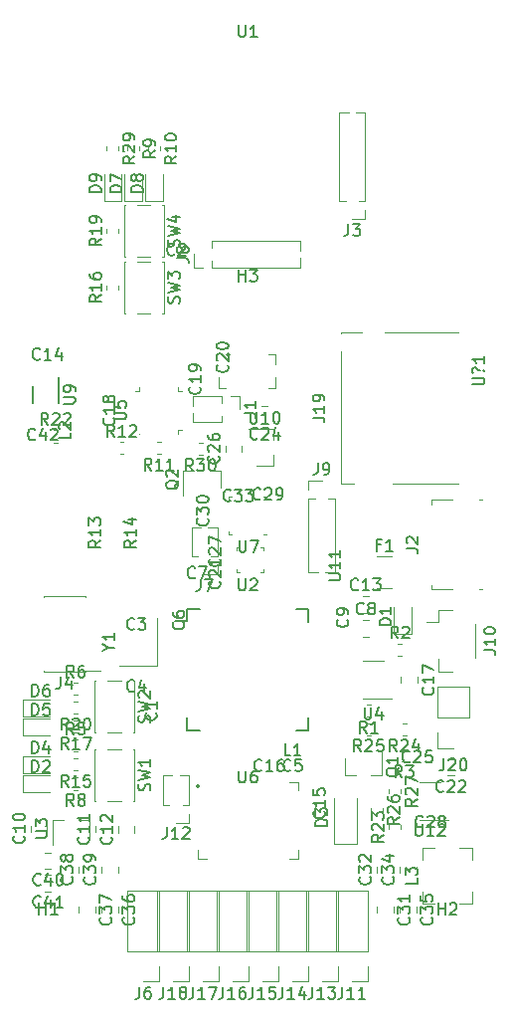
<source format=gbr>
%TF.GenerationSoftware,KiCad,Pcbnew,5.1.8+dfsg1-1~bpo10+1*%
%TF.CreationDate,2021-02-19T12:52:01+00:00*%
%TF.ProjectId,glider,676c6964-6572-42e6-9b69-6361645f7063,rev?*%
%TF.SameCoordinates,Original*%
%TF.FileFunction,Legend,Top*%
%TF.FilePolarity,Positive*%
%FSLAX46Y46*%
G04 Gerber Fmt 4.6, Leading zero omitted, Abs format (unit mm)*
G04 Created by KiCad (PCBNEW 5.1.8+dfsg1-1~bpo10+1) date 2021-02-19 12:52:01*
%MOMM*%
%LPD*%
G01*
G04 APERTURE LIST*
%ADD10C,0.120000*%
%ADD11C,0.150000*%
%ADD12C,0.250000*%
%ADD13C,0.200000*%
G04 APERTURE END LIST*
D10*
%TO.C,SW4*%
X52850000Y-108025000D02*
X52850000Y-103625000D01*
X52850000Y-103625000D02*
X52730000Y-103625000D01*
X51720000Y-103625000D02*
X50580000Y-103625000D01*
X49570000Y-103625000D02*
X49450000Y-103625000D01*
X49450000Y-103625000D02*
X49450000Y-108025000D01*
X49450000Y-108025000D02*
X49570000Y-108025000D01*
X50580000Y-108025000D02*
X51720000Y-108025000D01*
X52730000Y-108025000D02*
X52850000Y-108025000D01*
%TO.C,SW3*%
X52850000Y-112825000D02*
X52850000Y-108425000D01*
X52850000Y-108425000D02*
X52730000Y-108425000D01*
X51720000Y-108425000D02*
X50580000Y-108425000D01*
X49570000Y-108425000D02*
X49450000Y-108425000D01*
X49450000Y-108425000D02*
X49450000Y-112825000D01*
X49450000Y-112825000D02*
X49570000Y-112825000D01*
X50580000Y-112825000D02*
X51720000Y-112825000D01*
X52730000Y-112825000D02*
X52850000Y-112825000D01*
%TO.C,SW2*%
X50350000Y-148500000D02*
X50350000Y-144100000D01*
X50350000Y-144100000D02*
X50230000Y-144100000D01*
X49220000Y-144100000D02*
X48080000Y-144100000D01*
X47070000Y-144100000D02*
X46950000Y-144100000D01*
X46950000Y-144100000D02*
X46950000Y-148500000D01*
X46950000Y-148500000D02*
X47070000Y-148500000D01*
X48080000Y-148500000D02*
X49220000Y-148500000D01*
X50230000Y-148500000D02*
X50350000Y-148500000D01*
%TO.C,SW1*%
X50350000Y-154300000D02*
X50350000Y-149900000D01*
X50350000Y-149900000D02*
X50230000Y-149900000D01*
X49220000Y-149900000D02*
X48080000Y-149900000D01*
X47070000Y-149900000D02*
X46950000Y-149900000D01*
X46950000Y-149900000D02*
X46950000Y-154300000D01*
X46950000Y-154300000D02*
X47070000Y-154300000D01*
X48080000Y-154300000D02*
X49220000Y-154300000D01*
X50230000Y-154300000D02*
X50350000Y-154300000D01*
D11*
%TO.C,U2*%
X54825000Y-138975000D02*
X53800000Y-138975000D01*
X65175000Y-137975000D02*
X64100000Y-137975000D01*
X65175000Y-148325000D02*
X64100000Y-148325000D01*
X54825000Y-148325000D02*
X55900000Y-148325000D01*
X54825000Y-137975000D02*
X55900000Y-137975000D01*
X54825000Y-148325000D02*
X54825000Y-147250000D01*
X65175000Y-148325000D02*
X65175000Y-147250000D01*
X65175000Y-137975000D02*
X65175000Y-139050000D01*
X54825000Y-137975000D02*
X54825000Y-138975000D01*
D10*
%TO.C,R30*%
X56150279Y-124860000D02*
X55824721Y-124860000D01*
X56150279Y-123840000D02*
X55824721Y-123840000D01*
%TO.C,Q2*%
X57680000Y-126190000D02*
X56750000Y-126190000D01*
X54520000Y-126190000D02*
X55450000Y-126190000D01*
X54520000Y-126190000D02*
X54520000Y-128350000D01*
X57680000Y-126190000D02*
X57680000Y-127650000D01*
%TO.C,L3*%
X79085000Y-163085000D02*
X79085000Y-162060000D01*
X79085000Y-158315000D02*
X79085000Y-159340000D01*
X79085000Y-163085000D02*
X78060000Y-163085000D01*
X79085000Y-158315000D02*
X78060000Y-158315000D01*
X74865000Y-158315000D02*
X75890000Y-158315000D01*
X74865000Y-158315000D02*
X74865000Y-159340000D01*
X74865000Y-163085000D02*
X74865000Y-162060000D01*
X74865000Y-163085000D02*
X75890000Y-163085000D01*
%TO.C,D9*%
X49230000Y-103265000D02*
X49230000Y-100980000D01*
X47760000Y-103265000D02*
X49230000Y-103265000D01*
X47760000Y-100980000D02*
X47760000Y-103265000D01*
%TO.C,D8*%
X52775000Y-103265000D02*
X52775000Y-100980000D01*
X51305000Y-103265000D02*
X52775000Y-103265000D01*
X51305000Y-100980000D02*
X51305000Y-103265000D01*
%TO.C,D7*%
X50990000Y-103265000D02*
X50990000Y-100980000D01*
X49520000Y-103265000D02*
X50990000Y-103265000D01*
X49520000Y-100980000D02*
X49520000Y-103265000D01*
%TO.C,D6*%
X40887000Y-147123000D02*
X43172000Y-147123000D01*
X40887000Y-145653000D02*
X40887000Y-147123000D01*
X43172000Y-145653000D02*
X40887000Y-145653000D01*
%TO.C,D5*%
X40887000Y-148742333D02*
X43172000Y-148742333D01*
X40887000Y-147272333D02*
X40887000Y-148742333D01*
X43172000Y-147272333D02*
X40887000Y-147272333D01*
%TO.C,D4*%
X40887000Y-151961666D02*
X43172000Y-151961666D01*
X40887000Y-150491666D02*
X40887000Y-151961666D01*
X43172000Y-150491666D02*
X40887000Y-150491666D01*
%TO.C,D2*%
X40887000Y-153581000D02*
X43172000Y-153581000D01*
X40887000Y-152111000D02*
X40887000Y-153581000D01*
X43172000Y-152111000D02*
X40887000Y-152111000D01*
%TO.C,D1*%
X73935000Y-140110000D02*
X73935000Y-137825000D01*
X72465000Y-140110000D02*
X73935000Y-140110000D01*
X72465000Y-137825000D02*
X72465000Y-140110000D01*
%TO.C,R29*%
X47985000Y-98657221D02*
X47985000Y-98982779D01*
X49005000Y-98657221D02*
X49005000Y-98982779D01*
%TO.C,F1*%
X71025936Y-136234000D02*
X72230064Y-136234000D01*
X71025936Y-133514000D02*
X72230064Y-133514000D01*
%TO.C,J3*%
X70010000Y-104835000D02*
X68900000Y-104835000D01*
X70010000Y-104075000D02*
X70010000Y-104835000D01*
X68336529Y-103315000D02*
X67790000Y-103315000D01*
X70010000Y-103315000D02*
X69463471Y-103315000D01*
X67790000Y-103315000D02*
X67790000Y-95760000D01*
X70010000Y-103315000D02*
X70010000Y-95760000D01*
X68592470Y-95760000D02*
X67790000Y-95760000D01*
X70010000Y-95760000D02*
X69207530Y-95760000D01*
%TO.C,R25*%
X70462779Y-147690000D02*
X70137221Y-147690000D01*
X70462779Y-148710000D02*
X70137221Y-148710000D01*
%TO.C,R24*%
X73512779Y-147690000D02*
X73187221Y-147690000D01*
X73512779Y-148710000D02*
X73187221Y-148710000D01*
%TO.C,C41*%
X43258578Y-160590000D02*
X42741422Y-160590000D01*
X43258578Y-162010000D02*
X42741422Y-162010000D01*
%TO.C,C40*%
X43258578Y-158690000D02*
X42741422Y-158690000D01*
X43258578Y-160110000D02*
X42741422Y-160110000D01*
%TO.C,C24*%
X61721078Y-120740000D02*
X61203922Y-120740000D01*
X61721078Y-122160000D02*
X61203922Y-122160000D01*
%TO.C,C39*%
X48960000Y-160408578D02*
X48960000Y-159891422D01*
X47540000Y-160408578D02*
X47540000Y-159891422D01*
%TO.C,C38*%
X47010000Y-160408578D02*
X47010000Y-159891422D01*
X45590000Y-160408578D02*
X45590000Y-159891422D01*
%TO.C,C37*%
X45590000Y-163316422D02*
X45590000Y-163833578D01*
X47010000Y-163316422D02*
X47010000Y-163833578D01*
%TO.C,C36*%
X47545000Y-163316422D02*
X47545000Y-163833578D01*
X48965000Y-163316422D02*
X48965000Y-163833578D01*
%TO.C,C35*%
X72940000Y-163316422D02*
X72940000Y-163833578D01*
X74360000Y-163316422D02*
X74360000Y-163833578D01*
%TO.C,C34*%
X74360000Y-160408578D02*
X74360000Y-159891422D01*
X72940000Y-160408578D02*
X72940000Y-159891422D01*
%TO.C,R23*%
X73060000Y-156712779D02*
X73060000Y-156387221D01*
X72040000Y-156712779D02*
X72040000Y-156387221D01*
%TO.C,J20*%
X77500000Y-149830000D02*
X76170000Y-149830000D01*
X76170000Y-149830000D02*
X76170000Y-148500000D01*
X76170000Y-147230000D02*
X76170000Y-144630000D01*
X78830000Y-144630000D02*
X76170000Y-144630000D01*
X78830000Y-147230000D02*
X78830000Y-144630000D01*
X78830000Y-147230000D02*
X76170000Y-147230000D01*
%TO.C,U12*%
X74625000Y-155935000D02*
X77075000Y-155935000D01*
X76425000Y-152715000D02*
X74625000Y-152715000D01*
%TO.C,U11*%
X61330000Y-134610000D02*
X61330000Y-134820000D01*
X61330000Y-134820000D02*
X61100000Y-134820000D01*
X61120000Y-132780000D02*
X61330000Y-132780000D01*
X61330000Y-132780000D02*
X61330000Y-133010000D01*
X59080000Y-132780000D02*
X59310000Y-132780000D01*
X59080000Y-132990000D02*
X59080000Y-132780000D01*
X59080000Y-134820000D02*
X59080000Y-134590000D01*
X59290000Y-134820000D02*
X59080000Y-134820000D01*
%TO.C,U10*%
X62210000Y-125835000D02*
X60750000Y-125835000D01*
X62210000Y-122675000D02*
X60050000Y-122675000D01*
X62210000Y-122675000D02*
X62210000Y-123605000D01*
X62210000Y-125835000D02*
X62210000Y-124905000D01*
%TO.C,R27*%
X72040000Y-153337221D02*
X72040000Y-153662779D01*
X73060000Y-153337221D02*
X73060000Y-153662779D01*
%TO.C,R26*%
X70520000Y-154917221D02*
X70520000Y-155242779D01*
X71540000Y-154917221D02*
X71540000Y-155242779D01*
%TO.C,J9*%
X65190000Y-127040000D02*
X66300000Y-127040000D01*
X65190000Y-127800000D02*
X65190000Y-127040000D01*
X66863471Y-128560000D02*
X67410000Y-128560000D01*
X65190000Y-128560000D02*
X65736529Y-128560000D01*
X67410000Y-128560000D02*
X67410000Y-134845000D01*
X65190000Y-128560000D02*
X65190000Y-134845000D01*
X66607530Y-134845000D02*
X67410000Y-134845000D01*
X65190000Y-134845000D02*
X65992470Y-134845000D01*
%TO.C,C32*%
X72410000Y-160408578D02*
X72410000Y-159891422D01*
X70990000Y-160408578D02*
X70990000Y-159891422D01*
%TO.C,C31*%
X70990000Y-163316422D02*
X70990000Y-163833578D01*
X72410000Y-163316422D02*
X72410000Y-163833578D01*
%TO.C,C26*%
X59510000Y-124583578D02*
X59510000Y-124066422D01*
X58090000Y-124583578D02*
X58090000Y-124066422D01*
%TO.C,C22*%
X77558578Y-150740000D02*
X77041422Y-150740000D01*
X77558578Y-152160000D02*
X77041422Y-152160000D01*
%TO.C,U7*%
X61360000Y-131610000D02*
X61610000Y-131610000D01*
X58390000Y-128390000D02*
X58390000Y-128640000D01*
X58640000Y-128390000D02*
X58390000Y-128390000D01*
X61610000Y-128390000D02*
X61610000Y-128640000D01*
X61360000Y-128390000D02*
X61610000Y-128390000D01*
X58390000Y-131610000D02*
X58390000Y-131360000D01*
X58640000Y-131610000D02*
X58390000Y-131610000D01*
%TO.C,J19*%
X71640000Y-114430000D02*
X77940000Y-114430000D01*
X72340000Y-127300000D02*
X77940000Y-127300000D01*
X67930000Y-114430000D02*
X69740000Y-114430000D01*
X67930000Y-127300000D02*
X67930000Y-116040000D01*
X69090000Y-127300000D02*
X67930000Y-127300000D01*
X67930000Y-114540000D02*
X67930000Y-114430000D01*
%TO.C,J12*%
X55010000Y-152165000D02*
X54207530Y-152165000D01*
X53592470Y-152165000D02*
X52790000Y-152165000D01*
X55010000Y-154640000D02*
X55010000Y-152165000D01*
X52790000Y-154640000D02*
X52790000Y-152165000D01*
X55010000Y-154640000D02*
X54463471Y-154640000D01*
X53336529Y-154640000D02*
X52790000Y-154640000D01*
X55010000Y-155400000D02*
X55010000Y-156160000D01*
X55010000Y-156160000D02*
X53900000Y-156160000D01*
%TO.C,J6*%
X52440000Y-161951000D02*
X49780000Y-161951000D01*
X52440000Y-167091000D02*
X52440000Y-161951000D01*
X49780000Y-167091000D02*
X49780000Y-161951000D01*
X52440000Y-167091000D02*
X49780000Y-167091000D01*
X52440000Y-168361000D02*
X52440000Y-169691000D01*
X52440000Y-169691000D02*
X51110000Y-169691000D01*
%TO.C,J8*%
X64515000Y-108910000D02*
X64515000Y-108107530D01*
X64515000Y-107492470D02*
X64515000Y-106690000D01*
X56960000Y-108910000D02*
X64515000Y-108910000D01*
X56960000Y-106690000D02*
X64515000Y-106690000D01*
X56960000Y-108910000D02*
X56960000Y-108363471D01*
X56960000Y-107236529D02*
X56960000Y-106690000D01*
X56200000Y-108910000D02*
X55440000Y-108910000D01*
X55440000Y-108910000D02*
X55440000Y-107800000D01*
%TO.C,J7*%
X57435000Y-131040000D02*
X56632530Y-131040000D01*
X56017470Y-131040000D02*
X55215000Y-131040000D01*
X57435000Y-133515000D02*
X57435000Y-131040000D01*
X55215000Y-133515000D02*
X55215000Y-131040000D01*
X57435000Y-133515000D02*
X56888471Y-133515000D01*
X55761529Y-133515000D02*
X55215000Y-133515000D01*
X57435000Y-134275000D02*
X57435000Y-135035000D01*
X57435000Y-135035000D02*
X56325000Y-135035000D01*
%TO.C,J1*%
X55315000Y-119890000D02*
X55315000Y-120692470D01*
X55315000Y-121307530D02*
X55315000Y-122110000D01*
X57790000Y-119890000D02*
X55315000Y-119890000D01*
X57790000Y-122110000D02*
X55315000Y-122110000D01*
X57790000Y-119890000D02*
X57790000Y-120436529D01*
X57790000Y-121563471D02*
X57790000Y-122110000D01*
X58550000Y-119890000D02*
X59310000Y-119890000D01*
X59310000Y-119890000D02*
X59310000Y-121000000D01*
%TO.C,J10*%
X79370000Y-139250000D02*
X79370000Y-142130000D01*
X76250000Y-143300000D02*
X76250000Y-142250000D01*
X77400000Y-143300000D02*
X76250000Y-143300000D01*
X76250000Y-139130000D02*
X75260000Y-139130000D01*
X76250000Y-138080000D02*
X76250000Y-139130000D01*
X77400000Y-138080000D02*
X76250000Y-138080000D01*
%TO.C,U6*%
X55765000Y-159215000D02*
X55765000Y-158460000D01*
X55765000Y-159215000D02*
X56520000Y-159215000D01*
X64285000Y-159215000D02*
X63530000Y-159215000D01*
X64285000Y-159215000D02*
X64285000Y-158460000D01*
X64285000Y-153435000D02*
X64285000Y-152680000D01*
X63530000Y-152680000D02*
X64285000Y-152680000D01*
D12*
X55840000Y-153057500D02*
G75*
G03*
X55840000Y-153057500I-75000J0D01*
G01*
D10*
%TO.C,Y1*%
X52250000Y-142775000D02*
X52250000Y-138775000D01*
X49050000Y-142775000D02*
X52250000Y-142775000D01*
D13*
%TO.C,U?1*%
X58444000Y-116350000D02*
G75*
G03*
X58444000Y-116350000I-100000J0D01*
G01*
D10*
X62344000Y-119150000D02*
X61794000Y-119150000D01*
X62344000Y-118300000D02*
X62344000Y-119150000D01*
X62344000Y-116350000D02*
X62344000Y-117200000D01*
X61794000Y-116350000D02*
X62344000Y-116350000D01*
X57544000Y-119150000D02*
X57544000Y-118300000D01*
X58094000Y-119150000D02*
X57544000Y-119150000D01*
D11*
%TO.C,U9*%
X43925000Y-118300000D02*
X43925000Y-120475000D01*
X41725000Y-119025000D02*
X41725000Y-120475000D01*
D10*
%TO.C,U5*%
X50785000Y-123085000D02*
X50785000Y-123085000D01*
X54085000Y-122735000D02*
X54435000Y-122735000D01*
X54085000Y-123085000D02*
X54085000Y-122735000D01*
X54085000Y-119435000D02*
X54435000Y-119435000D01*
X54085000Y-119085000D02*
X54085000Y-119435000D01*
X50785000Y-119435000D02*
X50435000Y-119435000D01*
X50785000Y-119085000D02*
X50785000Y-119435000D01*
%TO.C,U4*%
X69800000Y-145610000D02*
X72250000Y-145610000D01*
X71600000Y-142390000D02*
X69800000Y-142390000D01*
%TO.C,U3*%
X46541000Y-155907000D02*
X46541000Y-157367000D01*
X43381000Y-155907000D02*
X43381000Y-158067000D01*
X43381000Y-155907000D02*
X44311000Y-155907000D01*
X46541000Y-155907000D02*
X45611000Y-155907000D01*
%TO.C,R22*%
X43487221Y-123810000D02*
X43812779Y-123810000D01*
X43487221Y-122790000D02*
X43812779Y-122790000D01*
%TO.C,R20*%
X45516779Y-145878000D02*
X45191221Y-145878000D01*
X45516779Y-146898000D02*
X45191221Y-146898000D01*
%TO.C,R19*%
X49010000Y-105987779D02*
X49010000Y-105662221D01*
X47990000Y-105987779D02*
X47990000Y-105662221D01*
%TO.C,R17*%
X45516779Y-147497333D02*
X45191221Y-147497333D01*
X45516779Y-148517333D02*
X45191221Y-148517333D01*
%TO.C,R16*%
X49010000Y-110787779D02*
X49010000Y-110462221D01*
X47990000Y-110787779D02*
X47990000Y-110462221D01*
%TO.C,R15*%
X45516779Y-150716666D02*
X45191221Y-150716666D01*
X45516779Y-151736666D02*
X45191221Y-151736666D01*
%TO.C,R12*%
X49112221Y-124810000D02*
X49437779Y-124810000D01*
X49112221Y-123790000D02*
X49437779Y-123790000D01*
%TO.C,R11*%
X52612779Y-123790000D02*
X52287221Y-123790000D01*
X52612779Y-124810000D02*
X52287221Y-124810000D01*
%TO.C,R10*%
X51530000Y-98657221D02*
X51530000Y-98982779D01*
X52550000Y-98657221D02*
X52550000Y-98982779D01*
%TO.C,R9*%
X49745000Y-98657221D02*
X49745000Y-98982779D01*
X50765000Y-98657221D02*
X50765000Y-98982779D01*
%TO.C,R8*%
X45516779Y-152336000D02*
X45191221Y-152336000D01*
X45516779Y-153356000D02*
X45191221Y-153356000D01*
%TO.C,R6*%
X45187221Y-145285000D02*
X45512779Y-145285000D01*
X45187221Y-144265000D02*
X45512779Y-144265000D01*
%TO.C,R5*%
X45187221Y-150135000D02*
X45512779Y-150135000D01*
X45187221Y-149115000D02*
X45512779Y-149115000D01*
%TO.C,R3*%
X73462779Y-149910000D02*
X73137221Y-149910000D01*
X73462779Y-150930000D02*
X73137221Y-150930000D01*
%TO.C,R2*%
X72812221Y-140940000D02*
X73137779Y-140940000D01*
X72812221Y-141960000D02*
X73137779Y-141960000D01*
%TO.C,R1*%
X70462779Y-146140000D02*
X70137221Y-146140000D01*
X70462779Y-147160000D02*
X70137221Y-147160000D01*
%TO.C,Q1*%
X68270000Y-152144000D02*
X68270000Y-150684000D01*
X71430000Y-152144000D02*
X71430000Y-149984000D01*
X71430000Y-152144000D02*
X70500000Y-152144000D01*
X68270000Y-152144000D02*
X69200000Y-152144000D01*
%TO.C,J18*%
X54968000Y-169691000D02*
X53638000Y-169691000D01*
X54968000Y-168361000D02*
X54968000Y-169691000D01*
X54968000Y-167091000D02*
X52308000Y-167091000D01*
X52308000Y-167091000D02*
X52308000Y-161951000D01*
X54968000Y-167091000D02*
X54968000Y-161951000D01*
X54968000Y-161951000D02*
X52308000Y-161951000D01*
%TO.C,J17*%
X57508000Y-169691000D02*
X56178000Y-169691000D01*
X57508000Y-168361000D02*
X57508000Y-169691000D01*
X57508000Y-167091000D02*
X54848000Y-167091000D01*
X54848000Y-167091000D02*
X54848000Y-161951000D01*
X57508000Y-167091000D02*
X57508000Y-161951000D01*
X57508000Y-161951000D02*
X54848000Y-161951000D01*
%TO.C,J16*%
X60048000Y-169691000D02*
X58718000Y-169691000D01*
X60048000Y-168361000D02*
X60048000Y-169691000D01*
X60048000Y-167091000D02*
X57388000Y-167091000D01*
X57388000Y-167091000D02*
X57388000Y-161951000D01*
X60048000Y-167091000D02*
X60048000Y-161951000D01*
X60048000Y-161951000D02*
X57388000Y-161951000D01*
%TO.C,J15*%
X62588000Y-169691000D02*
X61258000Y-169691000D01*
X62588000Y-168361000D02*
X62588000Y-169691000D01*
X62588000Y-167091000D02*
X59928000Y-167091000D01*
X59928000Y-167091000D02*
X59928000Y-161951000D01*
X62588000Y-167091000D02*
X62588000Y-161951000D01*
X62588000Y-161951000D02*
X59928000Y-161951000D01*
%TO.C,J14*%
X65128000Y-169691000D02*
X63798000Y-169691000D01*
X65128000Y-168361000D02*
X65128000Y-169691000D01*
X65128000Y-167091000D02*
X62468000Y-167091000D01*
X62468000Y-167091000D02*
X62468000Y-161951000D01*
X65128000Y-167091000D02*
X65128000Y-161951000D01*
X65128000Y-161951000D02*
X62468000Y-161951000D01*
%TO.C,J13*%
X67668000Y-169691000D02*
X66338000Y-169691000D01*
X67668000Y-168361000D02*
X67668000Y-169691000D01*
X67668000Y-167091000D02*
X65008000Y-167091000D01*
X65008000Y-167091000D02*
X65008000Y-161951000D01*
X67668000Y-167091000D02*
X67668000Y-161951000D01*
X67668000Y-161951000D02*
X65008000Y-161951000D01*
%TO.C,J11*%
X70208000Y-169691000D02*
X68878000Y-169691000D01*
X70208000Y-168361000D02*
X70208000Y-169691000D01*
X70208000Y-167091000D02*
X67548000Y-167091000D01*
X67548000Y-167091000D02*
X67548000Y-161951000D01*
X70208000Y-167091000D02*
X70208000Y-161951000D01*
X70208000Y-161951000D02*
X67548000Y-161951000D01*
%TO.C,J4*%
X42635000Y-136930000D02*
X42635000Y-136865000D01*
X46165000Y-136930000D02*
X46165000Y-136865000D01*
X42635000Y-143335000D02*
X42635000Y-143270000D01*
X46165000Y-143335000D02*
X46165000Y-143270000D01*
X47490000Y-143270000D02*
X46165000Y-143270000D01*
X46165000Y-136865000D02*
X42635000Y-136865000D01*
X46165000Y-143335000D02*
X42635000Y-143335000D01*
%TO.C,J2*%
X75640000Y-128690000D02*
X75640000Y-129070000D01*
X79690000Y-128690000D02*
X79950000Y-128690000D01*
X75640000Y-128690000D02*
X77410000Y-128690000D01*
X75640000Y-136310000D02*
X75640000Y-135930000D01*
X77410000Y-136310000D02*
X75640000Y-136310000D01*
X79950000Y-136310000D02*
X79690000Y-136310000D01*
%TO.C,D3*%
X67326000Y-157952000D02*
X67326000Y-154052000D01*
X69326000Y-157952000D02*
X69326000Y-154052000D01*
X67326000Y-157952000D02*
X69326000Y-157952000D01*
%TO.C,C17*%
X73040000Y-143753922D02*
X73040000Y-144271078D01*
X74460000Y-143753922D02*
X74460000Y-144271078D01*
%TO.C,C13*%
X69791422Y-138310000D02*
X70308578Y-138310000D01*
X69791422Y-136890000D02*
X70308578Y-136890000D01*
%TO.C,C12*%
X50371000Y-157000578D02*
X50371000Y-156483422D01*
X48951000Y-157000578D02*
X48951000Y-156483422D01*
%TO.C,C11*%
X48421000Y-156988078D02*
X48421000Y-156470922D01*
X47001000Y-156988078D02*
X47001000Y-156470922D01*
%TO.C,C10*%
X42921000Y-156921078D02*
X42921000Y-156403922D01*
X41501000Y-156921078D02*
X41501000Y-156403922D01*
%TO.C,C8*%
X69791422Y-140360000D02*
X70308578Y-140360000D01*
X69791422Y-138940000D02*
X70308578Y-138940000D01*
%TO.C,SW4*%
D11*
X54154761Y-107158333D02*
X54202380Y-107015476D01*
X54202380Y-106777380D01*
X54154761Y-106682142D01*
X54107142Y-106634523D01*
X54011904Y-106586904D01*
X53916666Y-106586904D01*
X53821428Y-106634523D01*
X53773809Y-106682142D01*
X53726190Y-106777380D01*
X53678571Y-106967857D01*
X53630952Y-107063095D01*
X53583333Y-107110714D01*
X53488095Y-107158333D01*
X53392857Y-107158333D01*
X53297619Y-107110714D01*
X53250000Y-107063095D01*
X53202380Y-106967857D01*
X53202380Y-106729761D01*
X53250000Y-106586904D01*
X53202380Y-106253571D02*
X54202380Y-106015476D01*
X53488095Y-105825000D01*
X54202380Y-105634523D01*
X53202380Y-105396428D01*
X53535714Y-104586904D02*
X54202380Y-104586904D01*
X53154761Y-104825000D02*
X53869047Y-105063095D01*
X53869047Y-104444047D01*
%TO.C,SW3*%
X54154761Y-111958333D02*
X54202380Y-111815476D01*
X54202380Y-111577380D01*
X54154761Y-111482142D01*
X54107142Y-111434523D01*
X54011904Y-111386904D01*
X53916666Y-111386904D01*
X53821428Y-111434523D01*
X53773809Y-111482142D01*
X53726190Y-111577380D01*
X53678571Y-111767857D01*
X53630952Y-111863095D01*
X53583333Y-111910714D01*
X53488095Y-111958333D01*
X53392857Y-111958333D01*
X53297619Y-111910714D01*
X53250000Y-111863095D01*
X53202380Y-111767857D01*
X53202380Y-111529761D01*
X53250000Y-111386904D01*
X53202380Y-111053571D02*
X54202380Y-110815476D01*
X53488095Y-110625000D01*
X54202380Y-110434523D01*
X53202380Y-110196428D01*
X53202380Y-109910714D02*
X53202380Y-109291666D01*
X53583333Y-109625000D01*
X53583333Y-109482142D01*
X53630952Y-109386904D01*
X53678571Y-109339285D01*
X53773809Y-109291666D01*
X54011904Y-109291666D01*
X54107142Y-109339285D01*
X54154761Y-109386904D01*
X54202380Y-109482142D01*
X54202380Y-109767857D01*
X54154761Y-109863095D01*
X54107142Y-109910714D01*
%TO.C,SW2*%
X51654761Y-147633333D02*
X51702380Y-147490476D01*
X51702380Y-147252380D01*
X51654761Y-147157142D01*
X51607142Y-147109523D01*
X51511904Y-147061904D01*
X51416666Y-147061904D01*
X51321428Y-147109523D01*
X51273809Y-147157142D01*
X51226190Y-147252380D01*
X51178571Y-147442857D01*
X51130952Y-147538095D01*
X51083333Y-147585714D01*
X50988095Y-147633333D01*
X50892857Y-147633333D01*
X50797619Y-147585714D01*
X50750000Y-147538095D01*
X50702380Y-147442857D01*
X50702380Y-147204761D01*
X50750000Y-147061904D01*
X50702380Y-146728571D02*
X51702380Y-146490476D01*
X50988095Y-146300000D01*
X51702380Y-146109523D01*
X50702380Y-145871428D01*
X50797619Y-145538095D02*
X50750000Y-145490476D01*
X50702380Y-145395238D01*
X50702380Y-145157142D01*
X50750000Y-145061904D01*
X50797619Y-145014285D01*
X50892857Y-144966666D01*
X50988095Y-144966666D01*
X51130952Y-145014285D01*
X51702380Y-145585714D01*
X51702380Y-144966666D01*
%TO.C,SW1*%
X51654761Y-153433333D02*
X51702380Y-153290476D01*
X51702380Y-153052380D01*
X51654761Y-152957142D01*
X51607142Y-152909523D01*
X51511904Y-152861904D01*
X51416666Y-152861904D01*
X51321428Y-152909523D01*
X51273809Y-152957142D01*
X51226190Y-153052380D01*
X51178571Y-153242857D01*
X51130952Y-153338095D01*
X51083333Y-153385714D01*
X50988095Y-153433333D01*
X50892857Y-153433333D01*
X50797619Y-153385714D01*
X50750000Y-153338095D01*
X50702380Y-153242857D01*
X50702380Y-153004761D01*
X50750000Y-152861904D01*
X50702380Y-152528571D02*
X51702380Y-152290476D01*
X50988095Y-152100000D01*
X51702380Y-151909523D01*
X50702380Y-151671428D01*
X51702380Y-150766666D02*
X51702380Y-151338095D01*
X51702380Y-151052380D02*
X50702380Y-151052380D01*
X50845238Y-151147619D01*
X50940476Y-151242857D01*
X50988095Y-151338095D01*
%TO.C,R14*%
X50482380Y-132142857D02*
X50006190Y-132476190D01*
X50482380Y-132714285D02*
X49482380Y-132714285D01*
X49482380Y-132333333D01*
X49530000Y-132238095D01*
X49577619Y-132190476D01*
X49672857Y-132142857D01*
X49815714Y-132142857D01*
X49910952Y-132190476D01*
X49958571Y-132238095D01*
X50006190Y-132333333D01*
X50006190Y-132714285D01*
X50482380Y-131190476D02*
X50482380Y-131761904D01*
X50482380Y-131476190D02*
X49482380Y-131476190D01*
X49625238Y-131571428D01*
X49720476Y-131666666D01*
X49768095Y-131761904D01*
X49815714Y-130333333D02*
X50482380Y-130333333D01*
X49434761Y-130571428D02*
X50149047Y-130809523D01*
X50149047Y-130190476D01*
%TO.C,R13*%
X47482380Y-132142857D02*
X47006190Y-132476190D01*
X47482380Y-132714285D02*
X46482380Y-132714285D01*
X46482380Y-132333333D01*
X46530000Y-132238095D01*
X46577619Y-132190476D01*
X46672857Y-132142857D01*
X46815714Y-132142857D01*
X46910952Y-132190476D01*
X46958571Y-132238095D01*
X47006190Y-132333333D01*
X47006190Y-132714285D01*
X47482380Y-131190476D02*
X47482380Y-131761904D01*
X47482380Y-131476190D02*
X46482380Y-131476190D01*
X46625238Y-131571428D01*
X46720476Y-131666666D01*
X46768095Y-131761904D01*
X46482380Y-130857142D02*
X46482380Y-130238095D01*
X46863333Y-130571428D01*
X46863333Y-130428571D01*
X46910952Y-130333333D01*
X46958571Y-130285714D01*
X47053809Y-130238095D01*
X47291904Y-130238095D01*
X47387142Y-130285714D01*
X47434761Y-130333333D01*
X47482380Y-130428571D01*
X47482380Y-130714285D01*
X47434761Y-130809523D01*
X47387142Y-130857142D01*
%TO.C,U2*%
X59238095Y-135402380D02*
X59238095Y-136211904D01*
X59285714Y-136307142D01*
X59333333Y-136354761D01*
X59428571Y-136402380D01*
X59619047Y-136402380D01*
X59714285Y-136354761D01*
X59761904Y-136307142D01*
X59809523Y-136211904D01*
X59809523Y-135402380D01*
X60238095Y-135497619D02*
X60285714Y-135450000D01*
X60380952Y-135402380D01*
X60619047Y-135402380D01*
X60714285Y-135450000D01*
X60761904Y-135497619D01*
X60809523Y-135592857D01*
X60809523Y-135688095D01*
X60761904Y-135830952D01*
X60190476Y-136402380D01*
X60809523Y-136402380D01*
%TO.C,R30*%
X55344642Y-126232380D02*
X55011309Y-125756190D01*
X54773214Y-126232380D02*
X54773214Y-125232380D01*
X55154166Y-125232380D01*
X55249404Y-125280000D01*
X55297023Y-125327619D01*
X55344642Y-125422857D01*
X55344642Y-125565714D01*
X55297023Y-125660952D01*
X55249404Y-125708571D01*
X55154166Y-125756190D01*
X54773214Y-125756190D01*
X55677976Y-125232380D02*
X56297023Y-125232380D01*
X55963690Y-125613333D01*
X56106547Y-125613333D01*
X56201785Y-125660952D01*
X56249404Y-125708571D01*
X56297023Y-125803809D01*
X56297023Y-126041904D01*
X56249404Y-126137142D01*
X56201785Y-126184761D01*
X56106547Y-126232380D01*
X55820833Y-126232380D01*
X55725595Y-126184761D01*
X55677976Y-126137142D01*
X56916071Y-125232380D02*
X57011309Y-125232380D01*
X57106547Y-125280000D01*
X57154166Y-125327619D01*
X57201785Y-125422857D01*
X57249404Y-125613333D01*
X57249404Y-125851428D01*
X57201785Y-126041904D01*
X57154166Y-126137142D01*
X57106547Y-126184761D01*
X57011309Y-126232380D01*
X56916071Y-126232380D01*
X56820833Y-126184761D01*
X56773214Y-126137142D01*
X56725595Y-126041904D01*
X56677976Y-125851428D01*
X56677976Y-125613333D01*
X56725595Y-125422857D01*
X56773214Y-125327619D01*
X56820833Y-125280000D01*
X56916071Y-125232380D01*
%TO.C,Q2*%
X54147619Y-127045238D02*
X54100000Y-127140476D01*
X54004761Y-127235714D01*
X53861904Y-127378571D01*
X53814285Y-127473809D01*
X53814285Y-127569047D01*
X54052380Y-127521428D02*
X54004761Y-127616666D01*
X53909523Y-127711904D01*
X53719047Y-127759523D01*
X53385714Y-127759523D01*
X53195238Y-127711904D01*
X53100000Y-127616666D01*
X53052380Y-127521428D01*
X53052380Y-127330952D01*
X53100000Y-127235714D01*
X53195238Y-127140476D01*
X53385714Y-127092857D01*
X53719047Y-127092857D01*
X53909523Y-127140476D01*
X54004761Y-127235714D01*
X54052380Y-127330952D01*
X54052380Y-127521428D01*
X53147619Y-126711904D02*
X53100000Y-126664285D01*
X53052380Y-126569047D01*
X53052380Y-126330952D01*
X53100000Y-126235714D01*
X53147619Y-126188095D01*
X53242857Y-126140476D01*
X53338095Y-126140476D01*
X53480952Y-126188095D01*
X54052380Y-126759523D01*
X54052380Y-126140476D01*
%TO.C,C42*%
X41907142Y-123527142D02*
X41859523Y-123574761D01*
X41716666Y-123622380D01*
X41621428Y-123622380D01*
X41478571Y-123574761D01*
X41383333Y-123479523D01*
X41335714Y-123384285D01*
X41288095Y-123193809D01*
X41288095Y-123050952D01*
X41335714Y-122860476D01*
X41383333Y-122765238D01*
X41478571Y-122670000D01*
X41621428Y-122622380D01*
X41716666Y-122622380D01*
X41859523Y-122670000D01*
X41907142Y-122717619D01*
X42764285Y-122955714D02*
X42764285Y-123622380D01*
X42526190Y-122574761D02*
X42288095Y-123289047D01*
X42907142Y-123289047D01*
X43240476Y-122717619D02*
X43288095Y-122670000D01*
X43383333Y-122622380D01*
X43621428Y-122622380D01*
X43716666Y-122670000D01*
X43764285Y-122717619D01*
X43811904Y-122812857D01*
X43811904Y-122908095D01*
X43764285Y-123050952D01*
X43192857Y-123622380D01*
X43811904Y-123622380D01*
%TO.C,C14*%
X42312142Y-116687142D02*
X42264523Y-116734761D01*
X42121666Y-116782380D01*
X42026428Y-116782380D01*
X41883571Y-116734761D01*
X41788333Y-116639523D01*
X41740714Y-116544285D01*
X41693095Y-116353809D01*
X41693095Y-116210952D01*
X41740714Y-116020476D01*
X41788333Y-115925238D01*
X41883571Y-115830000D01*
X42026428Y-115782380D01*
X42121666Y-115782380D01*
X42264523Y-115830000D01*
X42312142Y-115877619D01*
X43264523Y-116782380D02*
X42693095Y-116782380D01*
X42978809Y-116782380D02*
X42978809Y-115782380D01*
X42883571Y-115925238D01*
X42788333Y-116020476D01*
X42693095Y-116068095D01*
X44121666Y-116115714D02*
X44121666Y-116782380D01*
X43883571Y-115734761D02*
X43645476Y-116449047D01*
X44264523Y-116449047D01*
%TO.C,C33*%
X58539142Y-128727142D02*
X58491523Y-128774761D01*
X58348666Y-128822380D01*
X58253428Y-128822380D01*
X58110571Y-128774761D01*
X58015333Y-128679523D01*
X57967714Y-128584285D01*
X57920095Y-128393809D01*
X57920095Y-128250952D01*
X57967714Y-128060476D01*
X58015333Y-127965238D01*
X58110571Y-127870000D01*
X58253428Y-127822380D01*
X58348666Y-127822380D01*
X58491523Y-127870000D01*
X58539142Y-127917619D01*
X58872476Y-127822380D02*
X59491523Y-127822380D01*
X59158190Y-128203333D01*
X59301047Y-128203333D01*
X59396285Y-128250952D01*
X59443904Y-128298571D01*
X59491523Y-128393809D01*
X59491523Y-128631904D01*
X59443904Y-128727142D01*
X59396285Y-128774761D01*
X59301047Y-128822380D01*
X59015333Y-128822380D01*
X58920095Y-128774761D01*
X58872476Y-128727142D01*
X59824857Y-127822380D02*
X60443904Y-127822380D01*
X60110571Y-128203333D01*
X60253428Y-128203333D01*
X60348666Y-128250952D01*
X60396285Y-128298571D01*
X60443904Y-128393809D01*
X60443904Y-128631904D01*
X60396285Y-128727142D01*
X60348666Y-128774761D01*
X60253428Y-128822380D01*
X59967714Y-128822380D01*
X59872476Y-128774761D01*
X59824857Y-128727142D01*
%TO.C,C30*%
X56562142Y-130267857D02*
X56609761Y-130315476D01*
X56657380Y-130458333D01*
X56657380Y-130553571D01*
X56609761Y-130696428D01*
X56514523Y-130791666D01*
X56419285Y-130839285D01*
X56228809Y-130886904D01*
X56085952Y-130886904D01*
X55895476Y-130839285D01*
X55800238Y-130791666D01*
X55705000Y-130696428D01*
X55657380Y-130553571D01*
X55657380Y-130458333D01*
X55705000Y-130315476D01*
X55752619Y-130267857D01*
X55657380Y-129934523D02*
X55657380Y-129315476D01*
X56038333Y-129648809D01*
X56038333Y-129505952D01*
X56085952Y-129410714D01*
X56133571Y-129363095D01*
X56228809Y-129315476D01*
X56466904Y-129315476D01*
X56562142Y-129363095D01*
X56609761Y-129410714D01*
X56657380Y-129505952D01*
X56657380Y-129791666D01*
X56609761Y-129886904D01*
X56562142Y-129934523D01*
X55657380Y-128696428D02*
X55657380Y-128601190D01*
X55705000Y-128505952D01*
X55752619Y-128458333D01*
X55847857Y-128410714D01*
X56038333Y-128363095D01*
X56276428Y-128363095D01*
X56466904Y-128410714D01*
X56562142Y-128458333D01*
X56609761Y-128505952D01*
X56657380Y-128601190D01*
X56657380Y-128696428D01*
X56609761Y-128791666D01*
X56562142Y-128839285D01*
X56466904Y-128886904D01*
X56276428Y-128934523D01*
X56038333Y-128934523D01*
X55847857Y-128886904D01*
X55752619Y-128839285D01*
X55705000Y-128791666D01*
X55657380Y-128696428D01*
%TO.C,C29*%
X61082142Y-128602142D02*
X61034523Y-128649761D01*
X60891666Y-128697380D01*
X60796428Y-128697380D01*
X60653571Y-128649761D01*
X60558333Y-128554523D01*
X60510714Y-128459285D01*
X60463095Y-128268809D01*
X60463095Y-128125952D01*
X60510714Y-127935476D01*
X60558333Y-127840238D01*
X60653571Y-127745000D01*
X60796428Y-127697380D01*
X60891666Y-127697380D01*
X61034523Y-127745000D01*
X61082142Y-127792619D01*
X61463095Y-127792619D02*
X61510714Y-127745000D01*
X61605952Y-127697380D01*
X61844047Y-127697380D01*
X61939285Y-127745000D01*
X61986904Y-127792619D01*
X62034523Y-127887857D01*
X62034523Y-127983095D01*
X61986904Y-128125952D01*
X61415476Y-128697380D01*
X62034523Y-128697380D01*
X62510714Y-128697380D02*
X62701190Y-128697380D01*
X62796428Y-128649761D01*
X62844047Y-128602142D01*
X62939285Y-128459285D01*
X62986904Y-128268809D01*
X62986904Y-127887857D01*
X62939285Y-127792619D01*
X62891666Y-127745000D01*
X62796428Y-127697380D01*
X62605952Y-127697380D01*
X62510714Y-127745000D01*
X62463095Y-127792619D01*
X62415476Y-127887857D01*
X62415476Y-128125952D01*
X62463095Y-128221190D01*
X62510714Y-128268809D01*
X62605952Y-128316428D01*
X62796428Y-128316428D01*
X62891666Y-128268809D01*
X62939285Y-128221190D01*
X62986904Y-128125952D01*
%TO.C,C28*%
X74932142Y-156462142D02*
X74884523Y-156509761D01*
X74741666Y-156557380D01*
X74646428Y-156557380D01*
X74503571Y-156509761D01*
X74408333Y-156414523D01*
X74360714Y-156319285D01*
X74313095Y-156128809D01*
X74313095Y-155985952D01*
X74360714Y-155795476D01*
X74408333Y-155700238D01*
X74503571Y-155605000D01*
X74646428Y-155557380D01*
X74741666Y-155557380D01*
X74884523Y-155605000D01*
X74932142Y-155652619D01*
X75313095Y-155652619D02*
X75360714Y-155605000D01*
X75455952Y-155557380D01*
X75694047Y-155557380D01*
X75789285Y-155605000D01*
X75836904Y-155652619D01*
X75884523Y-155747857D01*
X75884523Y-155843095D01*
X75836904Y-155985952D01*
X75265476Y-156557380D01*
X75884523Y-156557380D01*
X76455952Y-155985952D02*
X76360714Y-155938333D01*
X76313095Y-155890714D01*
X76265476Y-155795476D01*
X76265476Y-155747857D01*
X76313095Y-155652619D01*
X76360714Y-155605000D01*
X76455952Y-155557380D01*
X76646428Y-155557380D01*
X76741666Y-155605000D01*
X76789285Y-155652619D01*
X76836904Y-155747857D01*
X76836904Y-155795476D01*
X76789285Y-155890714D01*
X76741666Y-155938333D01*
X76646428Y-155985952D01*
X76455952Y-155985952D01*
X76360714Y-156033571D01*
X76313095Y-156081190D01*
X76265476Y-156176428D01*
X76265476Y-156366904D01*
X76313095Y-156462142D01*
X76360714Y-156509761D01*
X76455952Y-156557380D01*
X76646428Y-156557380D01*
X76741666Y-156509761D01*
X76789285Y-156462142D01*
X76836904Y-156366904D01*
X76836904Y-156176428D01*
X76789285Y-156081190D01*
X76741666Y-156033571D01*
X76646428Y-155985952D01*
%TO.C,C25*%
X73807142Y-150937142D02*
X73759523Y-150984761D01*
X73616666Y-151032380D01*
X73521428Y-151032380D01*
X73378571Y-150984761D01*
X73283333Y-150889523D01*
X73235714Y-150794285D01*
X73188095Y-150603809D01*
X73188095Y-150460952D01*
X73235714Y-150270476D01*
X73283333Y-150175238D01*
X73378571Y-150080000D01*
X73521428Y-150032380D01*
X73616666Y-150032380D01*
X73759523Y-150080000D01*
X73807142Y-150127619D01*
X74188095Y-150127619D02*
X74235714Y-150080000D01*
X74330952Y-150032380D01*
X74569047Y-150032380D01*
X74664285Y-150080000D01*
X74711904Y-150127619D01*
X74759523Y-150222857D01*
X74759523Y-150318095D01*
X74711904Y-150460952D01*
X74140476Y-151032380D01*
X74759523Y-151032380D01*
X75664285Y-150032380D02*
X75188095Y-150032380D01*
X75140476Y-150508571D01*
X75188095Y-150460952D01*
X75283333Y-150413333D01*
X75521428Y-150413333D01*
X75616666Y-150460952D01*
X75664285Y-150508571D01*
X75711904Y-150603809D01*
X75711904Y-150841904D01*
X75664285Y-150937142D01*
X75616666Y-150984761D01*
X75521428Y-151032380D01*
X75283333Y-151032380D01*
X75188095Y-150984761D01*
X75140476Y-150937142D01*
%TO.C,C20*%
X58257142Y-117222857D02*
X58304761Y-117270476D01*
X58352380Y-117413333D01*
X58352380Y-117508571D01*
X58304761Y-117651428D01*
X58209523Y-117746666D01*
X58114285Y-117794285D01*
X57923809Y-117841904D01*
X57780952Y-117841904D01*
X57590476Y-117794285D01*
X57495238Y-117746666D01*
X57400000Y-117651428D01*
X57352380Y-117508571D01*
X57352380Y-117413333D01*
X57400000Y-117270476D01*
X57447619Y-117222857D01*
X57447619Y-116841904D02*
X57400000Y-116794285D01*
X57352380Y-116699047D01*
X57352380Y-116460952D01*
X57400000Y-116365714D01*
X57447619Y-116318095D01*
X57542857Y-116270476D01*
X57638095Y-116270476D01*
X57780952Y-116318095D01*
X58352380Y-116889523D01*
X58352380Y-116270476D01*
X57352380Y-115651428D02*
X57352380Y-115556190D01*
X57400000Y-115460952D01*
X57447619Y-115413333D01*
X57542857Y-115365714D01*
X57733333Y-115318095D01*
X57971428Y-115318095D01*
X58161904Y-115365714D01*
X58257142Y-115413333D01*
X58304761Y-115460952D01*
X58352380Y-115556190D01*
X58352380Y-115651428D01*
X58304761Y-115746666D01*
X58257142Y-115794285D01*
X58161904Y-115841904D01*
X57971428Y-115889523D01*
X57733333Y-115889523D01*
X57542857Y-115841904D01*
X57447619Y-115794285D01*
X57400000Y-115746666D01*
X57352380Y-115651428D01*
%TO.C,C19*%
X55917142Y-119082857D02*
X55964761Y-119130476D01*
X56012380Y-119273333D01*
X56012380Y-119368571D01*
X55964761Y-119511428D01*
X55869523Y-119606666D01*
X55774285Y-119654285D01*
X55583809Y-119701904D01*
X55440952Y-119701904D01*
X55250476Y-119654285D01*
X55155238Y-119606666D01*
X55060000Y-119511428D01*
X55012380Y-119368571D01*
X55012380Y-119273333D01*
X55060000Y-119130476D01*
X55107619Y-119082857D01*
X56012380Y-118130476D02*
X56012380Y-118701904D01*
X56012380Y-118416190D02*
X55012380Y-118416190D01*
X55155238Y-118511428D01*
X55250476Y-118606666D01*
X55298095Y-118701904D01*
X56012380Y-117654285D02*
X56012380Y-117463809D01*
X55964761Y-117368571D01*
X55917142Y-117320952D01*
X55774285Y-117225714D01*
X55583809Y-117178095D01*
X55202857Y-117178095D01*
X55107619Y-117225714D01*
X55060000Y-117273333D01*
X55012380Y-117368571D01*
X55012380Y-117559047D01*
X55060000Y-117654285D01*
X55107619Y-117701904D01*
X55202857Y-117749523D01*
X55440952Y-117749523D01*
X55536190Y-117701904D01*
X55583809Y-117654285D01*
X55631428Y-117559047D01*
X55631428Y-117368571D01*
X55583809Y-117273333D01*
X55536190Y-117225714D01*
X55440952Y-117178095D01*
%TO.C,C18*%
X48582142Y-121737857D02*
X48629761Y-121785476D01*
X48677380Y-121928333D01*
X48677380Y-122023571D01*
X48629761Y-122166428D01*
X48534523Y-122261666D01*
X48439285Y-122309285D01*
X48248809Y-122356904D01*
X48105952Y-122356904D01*
X47915476Y-122309285D01*
X47820238Y-122261666D01*
X47725000Y-122166428D01*
X47677380Y-122023571D01*
X47677380Y-121928333D01*
X47725000Y-121785476D01*
X47772619Y-121737857D01*
X48677380Y-120785476D02*
X48677380Y-121356904D01*
X48677380Y-121071190D02*
X47677380Y-121071190D01*
X47820238Y-121166428D01*
X47915476Y-121261666D01*
X47963095Y-121356904D01*
X48105952Y-120214047D02*
X48058333Y-120309285D01*
X48010714Y-120356904D01*
X47915476Y-120404523D01*
X47867857Y-120404523D01*
X47772619Y-120356904D01*
X47725000Y-120309285D01*
X47677380Y-120214047D01*
X47677380Y-120023571D01*
X47725000Y-119928333D01*
X47772619Y-119880714D01*
X47867857Y-119833095D01*
X47915476Y-119833095D01*
X48010714Y-119880714D01*
X48058333Y-119928333D01*
X48105952Y-120023571D01*
X48105952Y-120214047D01*
X48153571Y-120309285D01*
X48201190Y-120356904D01*
X48296428Y-120404523D01*
X48486904Y-120404523D01*
X48582142Y-120356904D01*
X48629761Y-120309285D01*
X48677380Y-120214047D01*
X48677380Y-120023571D01*
X48629761Y-119928333D01*
X48582142Y-119880714D01*
X48486904Y-119833095D01*
X48296428Y-119833095D01*
X48201190Y-119880714D01*
X48153571Y-119928333D01*
X48105952Y-120023571D01*
%TO.C,C16*%
X61182142Y-151677142D02*
X61134523Y-151724761D01*
X60991666Y-151772380D01*
X60896428Y-151772380D01*
X60753571Y-151724761D01*
X60658333Y-151629523D01*
X60610714Y-151534285D01*
X60563095Y-151343809D01*
X60563095Y-151200952D01*
X60610714Y-151010476D01*
X60658333Y-150915238D01*
X60753571Y-150820000D01*
X60896428Y-150772380D01*
X60991666Y-150772380D01*
X61134523Y-150820000D01*
X61182142Y-150867619D01*
X62134523Y-151772380D02*
X61563095Y-151772380D01*
X61848809Y-151772380D02*
X61848809Y-150772380D01*
X61753571Y-150915238D01*
X61658333Y-151010476D01*
X61563095Y-151058095D01*
X62991666Y-150772380D02*
X62801190Y-150772380D01*
X62705952Y-150820000D01*
X62658333Y-150867619D01*
X62563095Y-151010476D01*
X62515476Y-151200952D01*
X62515476Y-151581904D01*
X62563095Y-151677142D01*
X62610714Y-151724761D01*
X62705952Y-151772380D01*
X62896428Y-151772380D01*
X62991666Y-151724761D01*
X63039285Y-151677142D01*
X63086904Y-151581904D01*
X63086904Y-151343809D01*
X63039285Y-151248571D01*
X62991666Y-151200952D01*
X62896428Y-151153333D01*
X62705952Y-151153333D01*
X62610714Y-151200952D01*
X62563095Y-151248571D01*
X62515476Y-151343809D01*
%TO.C,C15*%
X66477142Y-155167857D02*
X66524761Y-155215476D01*
X66572380Y-155358333D01*
X66572380Y-155453571D01*
X66524761Y-155596428D01*
X66429523Y-155691666D01*
X66334285Y-155739285D01*
X66143809Y-155786904D01*
X66000952Y-155786904D01*
X65810476Y-155739285D01*
X65715238Y-155691666D01*
X65620000Y-155596428D01*
X65572380Y-155453571D01*
X65572380Y-155358333D01*
X65620000Y-155215476D01*
X65667619Y-155167857D01*
X66572380Y-154215476D02*
X66572380Y-154786904D01*
X66572380Y-154501190D02*
X65572380Y-154501190D01*
X65715238Y-154596428D01*
X65810476Y-154691666D01*
X65858095Y-154786904D01*
X65572380Y-153310714D02*
X65572380Y-153786904D01*
X66048571Y-153834523D01*
X66000952Y-153786904D01*
X65953333Y-153691666D01*
X65953333Y-153453571D01*
X66000952Y-153358333D01*
X66048571Y-153310714D01*
X66143809Y-153263095D01*
X66381904Y-153263095D01*
X66477142Y-153310714D01*
X66524761Y-153358333D01*
X66572380Y-153453571D01*
X66572380Y-153691666D01*
X66524761Y-153786904D01*
X66477142Y-153834523D01*
%TO.C,C9*%
X68477142Y-138881666D02*
X68524761Y-138929285D01*
X68572380Y-139072142D01*
X68572380Y-139167380D01*
X68524761Y-139310238D01*
X68429523Y-139405476D01*
X68334285Y-139453095D01*
X68143809Y-139500714D01*
X68000952Y-139500714D01*
X67810476Y-139453095D01*
X67715238Y-139405476D01*
X67620000Y-139310238D01*
X67572380Y-139167380D01*
X67572380Y-139072142D01*
X67620000Y-138929285D01*
X67667619Y-138881666D01*
X68572380Y-138405476D02*
X68572380Y-138215000D01*
X68524761Y-138119761D01*
X68477142Y-138072142D01*
X68334285Y-137976904D01*
X68143809Y-137929285D01*
X67762857Y-137929285D01*
X67667619Y-137976904D01*
X67620000Y-138024523D01*
X67572380Y-138119761D01*
X67572380Y-138310238D01*
X67620000Y-138405476D01*
X67667619Y-138453095D01*
X67762857Y-138500714D01*
X68000952Y-138500714D01*
X68096190Y-138453095D01*
X68143809Y-138405476D01*
X68191428Y-138310238D01*
X68191428Y-138119761D01*
X68143809Y-138024523D01*
X68096190Y-137976904D01*
X68000952Y-137929285D01*
%TO.C,C7*%
X55508333Y-135287142D02*
X55460714Y-135334761D01*
X55317857Y-135382380D01*
X55222619Y-135382380D01*
X55079761Y-135334761D01*
X54984523Y-135239523D01*
X54936904Y-135144285D01*
X54889285Y-134953809D01*
X54889285Y-134810952D01*
X54936904Y-134620476D01*
X54984523Y-134525238D01*
X55079761Y-134430000D01*
X55222619Y-134382380D01*
X55317857Y-134382380D01*
X55460714Y-134430000D01*
X55508333Y-134477619D01*
X55841666Y-134382380D02*
X56508333Y-134382380D01*
X56079761Y-135382380D01*
%TO.C,C6*%
X54502142Y-139091666D02*
X54549761Y-139139285D01*
X54597380Y-139282142D01*
X54597380Y-139377380D01*
X54549761Y-139520238D01*
X54454523Y-139615476D01*
X54359285Y-139663095D01*
X54168809Y-139710714D01*
X54025952Y-139710714D01*
X53835476Y-139663095D01*
X53740238Y-139615476D01*
X53645000Y-139520238D01*
X53597380Y-139377380D01*
X53597380Y-139282142D01*
X53645000Y-139139285D01*
X53692619Y-139091666D01*
X53597380Y-138234523D02*
X53597380Y-138425000D01*
X53645000Y-138520238D01*
X53692619Y-138567857D01*
X53835476Y-138663095D01*
X54025952Y-138710714D01*
X54406904Y-138710714D01*
X54502142Y-138663095D01*
X54549761Y-138615476D01*
X54597380Y-138520238D01*
X54597380Y-138329761D01*
X54549761Y-138234523D01*
X54502142Y-138186904D01*
X54406904Y-138139285D01*
X54168809Y-138139285D01*
X54073571Y-138186904D01*
X54025952Y-138234523D01*
X53978333Y-138329761D01*
X53978333Y-138520238D01*
X54025952Y-138615476D01*
X54073571Y-138663095D01*
X54168809Y-138710714D01*
%TO.C,C5*%
X63658333Y-151677142D02*
X63610714Y-151724761D01*
X63467857Y-151772380D01*
X63372619Y-151772380D01*
X63229761Y-151724761D01*
X63134523Y-151629523D01*
X63086904Y-151534285D01*
X63039285Y-151343809D01*
X63039285Y-151200952D01*
X63086904Y-151010476D01*
X63134523Y-150915238D01*
X63229761Y-150820000D01*
X63372619Y-150772380D01*
X63467857Y-150772380D01*
X63610714Y-150820000D01*
X63658333Y-150867619D01*
X64563095Y-150772380D02*
X64086904Y-150772380D01*
X64039285Y-151248571D01*
X64086904Y-151200952D01*
X64182142Y-151153333D01*
X64420238Y-151153333D01*
X64515476Y-151200952D01*
X64563095Y-151248571D01*
X64610714Y-151343809D01*
X64610714Y-151581904D01*
X64563095Y-151677142D01*
X64515476Y-151724761D01*
X64420238Y-151772380D01*
X64182142Y-151772380D01*
X64086904Y-151724761D01*
X64039285Y-151677142D01*
%TO.C,C4*%
X50348333Y-144927142D02*
X50300714Y-144974761D01*
X50157857Y-145022380D01*
X50062619Y-145022380D01*
X49919761Y-144974761D01*
X49824523Y-144879523D01*
X49776904Y-144784285D01*
X49729285Y-144593809D01*
X49729285Y-144450952D01*
X49776904Y-144260476D01*
X49824523Y-144165238D01*
X49919761Y-144070000D01*
X50062619Y-144022380D01*
X50157857Y-144022380D01*
X50300714Y-144070000D01*
X50348333Y-144117619D01*
X51205476Y-144355714D02*
X51205476Y-145022380D01*
X50967380Y-143974761D02*
X50729285Y-144689047D01*
X51348333Y-144689047D01*
%TO.C,C3*%
X50348333Y-139652142D02*
X50300714Y-139699761D01*
X50157857Y-139747380D01*
X50062619Y-139747380D01*
X49919761Y-139699761D01*
X49824523Y-139604523D01*
X49776904Y-139509285D01*
X49729285Y-139318809D01*
X49729285Y-139175952D01*
X49776904Y-138985476D01*
X49824523Y-138890238D01*
X49919761Y-138795000D01*
X50062619Y-138747380D01*
X50157857Y-138747380D01*
X50300714Y-138795000D01*
X50348333Y-138842619D01*
X50681666Y-138747380D02*
X51300714Y-138747380D01*
X50967380Y-139128333D01*
X51110238Y-139128333D01*
X51205476Y-139175952D01*
X51253095Y-139223571D01*
X51300714Y-139318809D01*
X51300714Y-139556904D01*
X51253095Y-139652142D01*
X51205476Y-139699761D01*
X51110238Y-139747380D01*
X50824523Y-139747380D01*
X50729285Y-139699761D01*
X50681666Y-139652142D01*
%TO.C,C2*%
X53758333Y-107802142D02*
X53710714Y-107849761D01*
X53567857Y-107897380D01*
X53472619Y-107897380D01*
X53329761Y-107849761D01*
X53234523Y-107754523D01*
X53186904Y-107659285D01*
X53139285Y-107468809D01*
X53139285Y-107325952D01*
X53186904Y-107135476D01*
X53234523Y-107040238D01*
X53329761Y-106945000D01*
X53472619Y-106897380D01*
X53567857Y-106897380D01*
X53710714Y-106945000D01*
X53758333Y-106992619D01*
X54139285Y-106992619D02*
X54186904Y-106945000D01*
X54282142Y-106897380D01*
X54520238Y-106897380D01*
X54615476Y-106945000D01*
X54663095Y-106992619D01*
X54710714Y-107087857D01*
X54710714Y-107183095D01*
X54663095Y-107325952D01*
X54091666Y-107897380D01*
X54710714Y-107897380D01*
%TO.C,C1*%
X52187142Y-146816666D02*
X52234761Y-146864285D01*
X52282380Y-147007142D01*
X52282380Y-147102380D01*
X52234761Y-147245238D01*
X52139523Y-147340476D01*
X52044285Y-147388095D01*
X51853809Y-147435714D01*
X51710952Y-147435714D01*
X51520476Y-147388095D01*
X51425238Y-147340476D01*
X51330000Y-147245238D01*
X51282380Y-147102380D01*
X51282380Y-147007142D01*
X51330000Y-146864285D01*
X51377619Y-146816666D01*
X52282380Y-145864285D02*
X52282380Y-146435714D01*
X52282380Y-146150000D02*
X51282380Y-146150000D01*
X51425238Y-146245238D01*
X51520476Y-146340476D01*
X51568095Y-146435714D01*
%TO.C,C27*%
X57587142Y-133717857D02*
X57634761Y-133765476D01*
X57682380Y-133908333D01*
X57682380Y-134003571D01*
X57634761Y-134146428D01*
X57539523Y-134241666D01*
X57444285Y-134289285D01*
X57253809Y-134336904D01*
X57110952Y-134336904D01*
X56920476Y-134289285D01*
X56825238Y-134241666D01*
X56730000Y-134146428D01*
X56682380Y-134003571D01*
X56682380Y-133908333D01*
X56730000Y-133765476D01*
X56777619Y-133717857D01*
X56777619Y-133336904D02*
X56730000Y-133289285D01*
X56682380Y-133194047D01*
X56682380Y-132955952D01*
X56730000Y-132860714D01*
X56777619Y-132813095D01*
X56872857Y-132765476D01*
X56968095Y-132765476D01*
X57110952Y-132813095D01*
X57682380Y-133384523D01*
X57682380Y-132765476D01*
X56682380Y-132432142D02*
X56682380Y-131765476D01*
X57682380Y-132194047D01*
%TO.C,C21*%
X57587142Y-135617857D02*
X57634761Y-135665476D01*
X57682380Y-135808333D01*
X57682380Y-135903571D01*
X57634761Y-136046428D01*
X57539523Y-136141666D01*
X57444285Y-136189285D01*
X57253809Y-136236904D01*
X57110952Y-136236904D01*
X56920476Y-136189285D01*
X56825238Y-136141666D01*
X56730000Y-136046428D01*
X56682380Y-135903571D01*
X56682380Y-135808333D01*
X56730000Y-135665476D01*
X56777619Y-135617857D01*
X56777619Y-135236904D02*
X56730000Y-135189285D01*
X56682380Y-135094047D01*
X56682380Y-134855952D01*
X56730000Y-134760714D01*
X56777619Y-134713095D01*
X56872857Y-134665476D01*
X56968095Y-134665476D01*
X57110952Y-134713095D01*
X57682380Y-135284523D01*
X57682380Y-134665476D01*
X57682380Y-133713095D02*
X57682380Y-134284523D01*
X57682380Y-133998809D02*
X56682380Y-133998809D01*
X56825238Y-134094047D01*
X56920476Y-134189285D01*
X56968095Y-134284523D01*
%TO.C,L3*%
X74427380Y-160866666D02*
X74427380Y-161342857D01*
X73427380Y-161342857D01*
X73427380Y-160628571D02*
X73427380Y-160009523D01*
X73808333Y-160342857D01*
X73808333Y-160200000D01*
X73855952Y-160104761D01*
X73903571Y-160057142D01*
X73998809Y-160009523D01*
X74236904Y-160009523D01*
X74332142Y-160057142D01*
X74379761Y-160104761D01*
X74427380Y-160200000D01*
X74427380Y-160485714D01*
X74379761Y-160580952D01*
X74332142Y-160628571D01*
%TO.C,D9*%
X47517380Y-102518095D02*
X46517380Y-102518095D01*
X46517380Y-102280000D01*
X46565000Y-102137142D01*
X46660238Y-102041904D01*
X46755476Y-101994285D01*
X46945952Y-101946666D01*
X47088809Y-101946666D01*
X47279285Y-101994285D01*
X47374523Y-102041904D01*
X47469761Y-102137142D01*
X47517380Y-102280000D01*
X47517380Y-102518095D01*
X47517380Y-101470476D02*
X47517380Y-101280000D01*
X47469761Y-101184761D01*
X47422142Y-101137142D01*
X47279285Y-101041904D01*
X47088809Y-100994285D01*
X46707857Y-100994285D01*
X46612619Y-101041904D01*
X46565000Y-101089523D01*
X46517380Y-101184761D01*
X46517380Y-101375238D01*
X46565000Y-101470476D01*
X46612619Y-101518095D01*
X46707857Y-101565714D01*
X46945952Y-101565714D01*
X47041190Y-101518095D01*
X47088809Y-101470476D01*
X47136428Y-101375238D01*
X47136428Y-101184761D01*
X47088809Y-101089523D01*
X47041190Y-101041904D01*
X46945952Y-100994285D01*
%TO.C,D8*%
X51062380Y-102518095D02*
X50062380Y-102518095D01*
X50062380Y-102280000D01*
X50110000Y-102137142D01*
X50205238Y-102041904D01*
X50300476Y-101994285D01*
X50490952Y-101946666D01*
X50633809Y-101946666D01*
X50824285Y-101994285D01*
X50919523Y-102041904D01*
X51014761Y-102137142D01*
X51062380Y-102280000D01*
X51062380Y-102518095D01*
X50490952Y-101375238D02*
X50443333Y-101470476D01*
X50395714Y-101518095D01*
X50300476Y-101565714D01*
X50252857Y-101565714D01*
X50157619Y-101518095D01*
X50110000Y-101470476D01*
X50062380Y-101375238D01*
X50062380Y-101184761D01*
X50110000Y-101089523D01*
X50157619Y-101041904D01*
X50252857Y-100994285D01*
X50300476Y-100994285D01*
X50395714Y-101041904D01*
X50443333Y-101089523D01*
X50490952Y-101184761D01*
X50490952Y-101375238D01*
X50538571Y-101470476D01*
X50586190Y-101518095D01*
X50681428Y-101565714D01*
X50871904Y-101565714D01*
X50967142Y-101518095D01*
X51014761Y-101470476D01*
X51062380Y-101375238D01*
X51062380Y-101184761D01*
X51014761Y-101089523D01*
X50967142Y-101041904D01*
X50871904Y-100994285D01*
X50681428Y-100994285D01*
X50586190Y-101041904D01*
X50538571Y-101089523D01*
X50490952Y-101184761D01*
%TO.C,D7*%
X49277380Y-102518095D02*
X48277380Y-102518095D01*
X48277380Y-102280000D01*
X48325000Y-102137142D01*
X48420238Y-102041904D01*
X48515476Y-101994285D01*
X48705952Y-101946666D01*
X48848809Y-101946666D01*
X49039285Y-101994285D01*
X49134523Y-102041904D01*
X49229761Y-102137142D01*
X49277380Y-102280000D01*
X49277380Y-102518095D01*
X48277380Y-101613333D02*
X48277380Y-100946666D01*
X49277380Y-101375238D01*
%TO.C,D6*%
X41633904Y-145410380D02*
X41633904Y-144410380D01*
X41872000Y-144410380D01*
X42014857Y-144458000D01*
X42110095Y-144553238D01*
X42157714Y-144648476D01*
X42205333Y-144838952D01*
X42205333Y-144981809D01*
X42157714Y-145172285D01*
X42110095Y-145267523D01*
X42014857Y-145362761D01*
X41872000Y-145410380D01*
X41633904Y-145410380D01*
X43062476Y-144410380D02*
X42872000Y-144410380D01*
X42776761Y-144458000D01*
X42729142Y-144505619D01*
X42633904Y-144648476D01*
X42586285Y-144838952D01*
X42586285Y-145219904D01*
X42633904Y-145315142D01*
X42681523Y-145362761D01*
X42776761Y-145410380D01*
X42967238Y-145410380D01*
X43062476Y-145362761D01*
X43110095Y-145315142D01*
X43157714Y-145219904D01*
X43157714Y-144981809D01*
X43110095Y-144886571D01*
X43062476Y-144838952D01*
X42967238Y-144791333D01*
X42776761Y-144791333D01*
X42681523Y-144838952D01*
X42633904Y-144886571D01*
X42586285Y-144981809D01*
%TO.C,D5*%
X41633904Y-147029713D02*
X41633904Y-146029713D01*
X41872000Y-146029713D01*
X42014857Y-146077333D01*
X42110095Y-146172571D01*
X42157714Y-146267809D01*
X42205333Y-146458285D01*
X42205333Y-146601142D01*
X42157714Y-146791618D01*
X42110095Y-146886856D01*
X42014857Y-146982094D01*
X41872000Y-147029713D01*
X41633904Y-147029713D01*
X43110095Y-146029713D02*
X42633904Y-146029713D01*
X42586285Y-146505904D01*
X42633904Y-146458285D01*
X42729142Y-146410666D01*
X42967238Y-146410666D01*
X43062476Y-146458285D01*
X43110095Y-146505904D01*
X43157714Y-146601142D01*
X43157714Y-146839237D01*
X43110095Y-146934475D01*
X43062476Y-146982094D01*
X42967238Y-147029713D01*
X42729142Y-147029713D01*
X42633904Y-146982094D01*
X42586285Y-146934475D01*
%TO.C,D4*%
X41633904Y-150249046D02*
X41633904Y-149249046D01*
X41872000Y-149249046D01*
X42014857Y-149296666D01*
X42110095Y-149391904D01*
X42157714Y-149487142D01*
X42205333Y-149677618D01*
X42205333Y-149820475D01*
X42157714Y-150010951D01*
X42110095Y-150106189D01*
X42014857Y-150201427D01*
X41872000Y-150249046D01*
X41633904Y-150249046D01*
X43062476Y-149582380D02*
X43062476Y-150249046D01*
X42824380Y-149201427D02*
X42586285Y-149915713D01*
X43205333Y-149915713D01*
%TO.C,D2*%
X41633904Y-151868380D02*
X41633904Y-150868380D01*
X41872000Y-150868380D01*
X42014857Y-150916000D01*
X42110095Y-151011238D01*
X42157714Y-151106476D01*
X42205333Y-151296952D01*
X42205333Y-151439809D01*
X42157714Y-151630285D01*
X42110095Y-151725523D01*
X42014857Y-151820761D01*
X41872000Y-151868380D01*
X41633904Y-151868380D01*
X42586285Y-150963619D02*
X42633904Y-150916000D01*
X42729142Y-150868380D01*
X42967238Y-150868380D01*
X43062476Y-150916000D01*
X43110095Y-150963619D01*
X43157714Y-151058857D01*
X43157714Y-151154095D01*
X43110095Y-151296952D01*
X42538666Y-151868380D01*
X43157714Y-151868380D01*
%TO.C,D1*%
X72222380Y-139363095D02*
X71222380Y-139363095D01*
X71222380Y-139125000D01*
X71270000Y-138982142D01*
X71365238Y-138886904D01*
X71460476Y-138839285D01*
X71650952Y-138791666D01*
X71793809Y-138791666D01*
X71984285Y-138839285D01*
X72079523Y-138886904D01*
X72174761Y-138982142D01*
X72222380Y-139125000D01*
X72222380Y-139363095D01*
X72222380Y-137839285D02*
X72222380Y-138410714D01*
X72222380Y-138125000D02*
X71222380Y-138125000D01*
X71365238Y-138220238D01*
X71460476Y-138315476D01*
X71508095Y-138410714D01*
%TO.C,R29*%
X50377380Y-99462857D02*
X49901190Y-99796190D01*
X50377380Y-100034285D02*
X49377380Y-100034285D01*
X49377380Y-99653333D01*
X49425000Y-99558095D01*
X49472619Y-99510476D01*
X49567857Y-99462857D01*
X49710714Y-99462857D01*
X49805952Y-99510476D01*
X49853571Y-99558095D01*
X49901190Y-99653333D01*
X49901190Y-100034285D01*
X49472619Y-99081904D02*
X49425000Y-99034285D01*
X49377380Y-98939047D01*
X49377380Y-98700952D01*
X49425000Y-98605714D01*
X49472619Y-98558095D01*
X49567857Y-98510476D01*
X49663095Y-98510476D01*
X49805952Y-98558095D01*
X50377380Y-99129523D01*
X50377380Y-98510476D01*
X50377380Y-98034285D02*
X50377380Y-97843809D01*
X50329761Y-97748571D01*
X50282142Y-97700952D01*
X50139285Y-97605714D01*
X49948809Y-97558095D01*
X49567857Y-97558095D01*
X49472619Y-97605714D01*
X49425000Y-97653333D01*
X49377380Y-97748571D01*
X49377380Y-97939047D01*
X49425000Y-98034285D01*
X49472619Y-98081904D01*
X49567857Y-98129523D01*
X49805952Y-98129523D01*
X49901190Y-98081904D01*
X49948809Y-98034285D01*
X49996428Y-97939047D01*
X49996428Y-97748571D01*
X49948809Y-97653333D01*
X49901190Y-97605714D01*
X49805952Y-97558095D01*
%TO.C,F1*%
X71294666Y-132522571D02*
X70961333Y-132522571D01*
X70961333Y-133046380D02*
X70961333Y-132046380D01*
X71437523Y-132046380D01*
X72342285Y-133046380D02*
X71770857Y-133046380D01*
X72056571Y-133046380D02*
X72056571Y-132046380D01*
X71961333Y-132189238D01*
X71866095Y-132284476D01*
X71770857Y-132332095D01*
%TO.C,H3*%
X59238095Y-110102380D02*
X59238095Y-109102380D01*
X59238095Y-109578571D02*
X59809523Y-109578571D01*
X59809523Y-110102380D02*
X59809523Y-109102380D01*
X60190476Y-109102380D02*
X60809523Y-109102380D01*
X60476190Y-109483333D01*
X60619047Y-109483333D01*
X60714285Y-109530952D01*
X60761904Y-109578571D01*
X60809523Y-109673809D01*
X60809523Y-109911904D01*
X60761904Y-110007142D01*
X60714285Y-110054761D01*
X60619047Y-110102380D01*
X60333333Y-110102380D01*
X60238095Y-110054761D01*
X60190476Y-110007142D01*
%TO.C,U1*%
X59238095Y-88302380D02*
X59238095Y-89111904D01*
X59285714Y-89207142D01*
X59333333Y-89254761D01*
X59428571Y-89302380D01*
X59619047Y-89302380D01*
X59714285Y-89254761D01*
X59761904Y-89207142D01*
X59809523Y-89111904D01*
X59809523Y-88302380D01*
X60809523Y-89302380D02*
X60238095Y-89302380D01*
X60523809Y-89302380D02*
X60523809Y-88302380D01*
X60428571Y-88445238D01*
X60333333Y-88540476D01*
X60238095Y-88588095D01*
%TO.C,J3*%
X68566666Y-105222380D02*
X68566666Y-105936666D01*
X68519047Y-106079523D01*
X68423809Y-106174761D01*
X68280952Y-106222380D01*
X68185714Y-106222380D01*
X68947619Y-105222380D02*
X69566666Y-105222380D01*
X69233333Y-105603333D01*
X69376190Y-105603333D01*
X69471428Y-105650952D01*
X69519047Y-105698571D01*
X69566666Y-105793809D01*
X69566666Y-106031904D01*
X69519047Y-106127142D01*
X69471428Y-106174761D01*
X69376190Y-106222380D01*
X69090476Y-106222380D01*
X68995238Y-106174761D01*
X68947619Y-106127142D01*
%TO.C,R25*%
X69657142Y-150082380D02*
X69323809Y-149606190D01*
X69085714Y-150082380D02*
X69085714Y-149082380D01*
X69466666Y-149082380D01*
X69561904Y-149130000D01*
X69609523Y-149177619D01*
X69657142Y-149272857D01*
X69657142Y-149415714D01*
X69609523Y-149510952D01*
X69561904Y-149558571D01*
X69466666Y-149606190D01*
X69085714Y-149606190D01*
X70038095Y-149177619D02*
X70085714Y-149130000D01*
X70180952Y-149082380D01*
X70419047Y-149082380D01*
X70514285Y-149130000D01*
X70561904Y-149177619D01*
X70609523Y-149272857D01*
X70609523Y-149368095D01*
X70561904Y-149510952D01*
X69990476Y-150082380D01*
X70609523Y-150082380D01*
X71514285Y-149082380D02*
X71038095Y-149082380D01*
X70990476Y-149558571D01*
X71038095Y-149510952D01*
X71133333Y-149463333D01*
X71371428Y-149463333D01*
X71466666Y-149510952D01*
X71514285Y-149558571D01*
X71561904Y-149653809D01*
X71561904Y-149891904D01*
X71514285Y-149987142D01*
X71466666Y-150034761D01*
X71371428Y-150082380D01*
X71133333Y-150082380D01*
X71038095Y-150034761D01*
X70990476Y-149987142D01*
%TO.C,R24*%
X72707142Y-150082380D02*
X72373809Y-149606190D01*
X72135714Y-150082380D02*
X72135714Y-149082380D01*
X72516666Y-149082380D01*
X72611904Y-149130000D01*
X72659523Y-149177619D01*
X72707142Y-149272857D01*
X72707142Y-149415714D01*
X72659523Y-149510952D01*
X72611904Y-149558571D01*
X72516666Y-149606190D01*
X72135714Y-149606190D01*
X73088095Y-149177619D02*
X73135714Y-149130000D01*
X73230952Y-149082380D01*
X73469047Y-149082380D01*
X73564285Y-149130000D01*
X73611904Y-149177619D01*
X73659523Y-149272857D01*
X73659523Y-149368095D01*
X73611904Y-149510952D01*
X73040476Y-150082380D01*
X73659523Y-150082380D01*
X74516666Y-149415714D02*
X74516666Y-150082380D01*
X74278571Y-149034761D02*
X74040476Y-149749047D01*
X74659523Y-149749047D01*
%TO.C,C41*%
X42357142Y-163307142D02*
X42309523Y-163354761D01*
X42166666Y-163402380D01*
X42071428Y-163402380D01*
X41928571Y-163354761D01*
X41833333Y-163259523D01*
X41785714Y-163164285D01*
X41738095Y-162973809D01*
X41738095Y-162830952D01*
X41785714Y-162640476D01*
X41833333Y-162545238D01*
X41928571Y-162450000D01*
X42071428Y-162402380D01*
X42166666Y-162402380D01*
X42309523Y-162450000D01*
X42357142Y-162497619D01*
X43214285Y-162735714D02*
X43214285Y-163402380D01*
X42976190Y-162354761D02*
X42738095Y-163069047D01*
X43357142Y-163069047D01*
X44261904Y-163402380D02*
X43690476Y-163402380D01*
X43976190Y-163402380D02*
X43976190Y-162402380D01*
X43880952Y-162545238D01*
X43785714Y-162640476D01*
X43690476Y-162688095D01*
%TO.C,C40*%
X42357142Y-161407142D02*
X42309523Y-161454761D01*
X42166666Y-161502380D01*
X42071428Y-161502380D01*
X41928571Y-161454761D01*
X41833333Y-161359523D01*
X41785714Y-161264285D01*
X41738095Y-161073809D01*
X41738095Y-160930952D01*
X41785714Y-160740476D01*
X41833333Y-160645238D01*
X41928571Y-160550000D01*
X42071428Y-160502380D01*
X42166666Y-160502380D01*
X42309523Y-160550000D01*
X42357142Y-160597619D01*
X43214285Y-160835714D02*
X43214285Y-161502380D01*
X42976190Y-160454761D02*
X42738095Y-161169047D01*
X43357142Y-161169047D01*
X43928571Y-160502380D02*
X44023809Y-160502380D01*
X44119047Y-160550000D01*
X44166666Y-160597619D01*
X44214285Y-160692857D01*
X44261904Y-160883333D01*
X44261904Y-161121428D01*
X44214285Y-161311904D01*
X44166666Y-161407142D01*
X44119047Y-161454761D01*
X44023809Y-161502380D01*
X43928571Y-161502380D01*
X43833333Y-161454761D01*
X43785714Y-161407142D01*
X43738095Y-161311904D01*
X43690476Y-161121428D01*
X43690476Y-160883333D01*
X43738095Y-160692857D01*
X43785714Y-160597619D01*
X43833333Y-160550000D01*
X43928571Y-160502380D01*
%TO.C,C24*%
X60819642Y-123457142D02*
X60772023Y-123504761D01*
X60629166Y-123552380D01*
X60533928Y-123552380D01*
X60391071Y-123504761D01*
X60295833Y-123409523D01*
X60248214Y-123314285D01*
X60200595Y-123123809D01*
X60200595Y-122980952D01*
X60248214Y-122790476D01*
X60295833Y-122695238D01*
X60391071Y-122600000D01*
X60533928Y-122552380D01*
X60629166Y-122552380D01*
X60772023Y-122600000D01*
X60819642Y-122647619D01*
X61200595Y-122647619D02*
X61248214Y-122600000D01*
X61343452Y-122552380D01*
X61581547Y-122552380D01*
X61676785Y-122600000D01*
X61724404Y-122647619D01*
X61772023Y-122742857D01*
X61772023Y-122838095D01*
X61724404Y-122980952D01*
X61152976Y-123552380D01*
X61772023Y-123552380D01*
X62629166Y-122885714D02*
X62629166Y-123552380D01*
X62391071Y-122504761D02*
X62152976Y-123219047D01*
X62772023Y-123219047D01*
%TO.C,C39*%
X46957142Y-160792857D02*
X47004761Y-160840476D01*
X47052380Y-160983333D01*
X47052380Y-161078571D01*
X47004761Y-161221428D01*
X46909523Y-161316666D01*
X46814285Y-161364285D01*
X46623809Y-161411904D01*
X46480952Y-161411904D01*
X46290476Y-161364285D01*
X46195238Y-161316666D01*
X46100000Y-161221428D01*
X46052380Y-161078571D01*
X46052380Y-160983333D01*
X46100000Y-160840476D01*
X46147619Y-160792857D01*
X46052380Y-160459523D02*
X46052380Y-159840476D01*
X46433333Y-160173809D01*
X46433333Y-160030952D01*
X46480952Y-159935714D01*
X46528571Y-159888095D01*
X46623809Y-159840476D01*
X46861904Y-159840476D01*
X46957142Y-159888095D01*
X47004761Y-159935714D01*
X47052380Y-160030952D01*
X47052380Y-160316666D01*
X47004761Y-160411904D01*
X46957142Y-160459523D01*
X47052380Y-159364285D02*
X47052380Y-159173809D01*
X47004761Y-159078571D01*
X46957142Y-159030952D01*
X46814285Y-158935714D01*
X46623809Y-158888095D01*
X46242857Y-158888095D01*
X46147619Y-158935714D01*
X46100000Y-158983333D01*
X46052380Y-159078571D01*
X46052380Y-159269047D01*
X46100000Y-159364285D01*
X46147619Y-159411904D01*
X46242857Y-159459523D01*
X46480952Y-159459523D01*
X46576190Y-159411904D01*
X46623809Y-159364285D01*
X46671428Y-159269047D01*
X46671428Y-159078571D01*
X46623809Y-158983333D01*
X46576190Y-158935714D01*
X46480952Y-158888095D01*
%TO.C,C38*%
X45007142Y-160792857D02*
X45054761Y-160840476D01*
X45102380Y-160983333D01*
X45102380Y-161078571D01*
X45054761Y-161221428D01*
X44959523Y-161316666D01*
X44864285Y-161364285D01*
X44673809Y-161411904D01*
X44530952Y-161411904D01*
X44340476Y-161364285D01*
X44245238Y-161316666D01*
X44150000Y-161221428D01*
X44102380Y-161078571D01*
X44102380Y-160983333D01*
X44150000Y-160840476D01*
X44197619Y-160792857D01*
X44102380Y-160459523D02*
X44102380Y-159840476D01*
X44483333Y-160173809D01*
X44483333Y-160030952D01*
X44530952Y-159935714D01*
X44578571Y-159888095D01*
X44673809Y-159840476D01*
X44911904Y-159840476D01*
X45007142Y-159888095D01*
X45054761Y-159935714D01*
X45102380Y-160030952D01*
X45102380Y-160316666D01*
X45054761Y-160411904D01*
X45007142Y-160459523D01*
X44530952Y-159269047D02*
X44483333Y-159364285D01*
X44435714Y-159411904D01*
X44340476Y-159459523D01*
X44292857Y-159459523D01*
X44197619Y-159411904D01*
X44150000Y-159364285D01*
X44102380Y-159269047D01*
X44102380Y-159078571D01*
X44150000Y-158983333D01*
X44197619Y-158935714D01*
X44292857Y-158888095D01*
X44340476Y-158888095D01*
X44435714Y-158935714D01*
X44483333Y-158983333D01*
X44530952Y-159078571D01*
X44530952Y-159269047D01*
X44578571Y-159364285D01*
X44626190Y-159411904D01*
X44721428Y-159459523D01*
X44911904Y-159459523D01*
X45007142Y-159411904D01*
X45054761Y-159364285D01*
X45102380Y-159269047D01*
X45102380Y-159078571D01*
X45054761Y-158983333D01*
X45007142Y-158935714D01*
X44911904Y-158888095D01*
X44721428Y-158888095D01*
X44626190Y-158935714D01*
X44578571Y-158983333D01*
X44530952Y-159078571D01*
%TO.C,C37*%
X48307142Y-164217857D02*
X48354761Y-164265476D01*
X48402380Y-164408333D01*
X48402380Y-164503571D01*
X48354761Y-164646428D01*
X48259523Y-164741666D01*
X48164285Y-164789285D01*
X47973809Y-164836904D01*
X47830952Y-164836904D01*
X47640476Y-164789285D01*
X47545238Y-164741666D01*
X47450000Y-164646428D01*
X47402380Y-164503571D01*
X47402380Y-164408333D01*
X47450000Y-164265476D01*
X47497619Y-164217857D01*
X47402380Y-163884523D02*
X47402380Y-163265476D01*
X47783333Y-163598809D01*
X47783333Y-163455952D01*
X47830952Y-163360714D01*
X47878571Y-163313095D01*
X47973809Y-163265476D01*
X48211904Y-163265476D01*
X48307142Y-163313095D01*
X48354761Y-163360714D01*
X48402380Y-163455952D01*
X48402380Y-163741666D01*
X48354761Y-163836904D01*
X48307142Y-163884523D01*
X47402380Y-162932142D02*
X47402380Y-162265476D01*
X48402380Y-162694047D01*
%TO.C,C36*%
X50262142Y-164217857D02*
X50309761Y-164265476D01*
X50357380Y-164408333D01*
X50357380Y-164503571D01*
X50309761Y-164646428D01*
X50214523Y-164741666D01*
X50119285Y-164789285D01*
X49928809Y-164836904D01*
X49785952Y-164836904D01*
X49595476Y-164789285D01*
X49500238Y-164741666D01*
X49405000Y-164646428D01*
X49357380Y-164503571D01*
X49357380Y-164408333D01*
X49405000Y-164265476D01*
X49452619Y-164217857D01*
X49357380Y-163884523D02*
X49357380Y-163265476D01*
X49738333Y-163598809D01*
X49738333Y-163455952D01*
X49785952Y-163360714D01*
X49833571Y-163313095D01*
X49928809Y-163265476D01*
X50166904Y-163265476D01*
X50262142Y-163313095D01*
X50309761Y-163360714D01*
X50357380Y-163455952D01*
X50357380Y-163741666D01*
X50309761Y-163836904D01*
X50262142Y-163884523D01*
X49357380Y-162408333D02*
X49357380Y-162598809D01*
X49405000Y-162694047D01*
X49452619Y-162741666D01*
X49595476Y-162836904D01*
X49785952Y-162884523D01*
X50166904Y-162884523D01*
X50262142Y-162836904D01*
X50309761Y-162789285D01*
X50357380Y-162694047D01*
X50357380Y-162503571D01*
X50309761Y-162408333D01*
X50262142Y-162360714D01*
X50166904Y-162313095D01*
X49928809Y-162313095D01*
X49833571Y-162360714D01*
X49785952Y-162408333D01*
X49738333Y-162503571D01*
X49738333Y-162694047D01*
X49785952Y-162789285D01*
X49833571Y-162836904D01*
X49928809Y-162884523D01*
%TO.C,C35*%
X75657142Y-164217857D02*
X75704761Y-164265476D01*
X75752380Y-164408333D01*
X75752380Y-164503571D01*
X75704761Y-164646428D01*
X75609523Y-164741666D01*
X75514285Y-164789285D01*
X75323809Y-164836904D01*
X75180952Y-164836904D01*
X74990476Y-164789285D01*
X74895238Y-164741666D01*
X74800000Y-164646428D01*
X74752380Y-164503571D01*
X74752380Y-164408333D01*
X74800000Y-164265476D01*
X74847619Y-164217857D01*
X74752380Y-163884523D02*
X74752380Y-163265476D01*
X75133333Y-163598809D01*
X75133333Y-163455952D01*
X75180952Y-163360714D01*
X75228571Y-163313095D01*
X75323809Y-163265476D01*
X75561904Y-163265476D01*
X75657142Y-163313095D01*
X75704761Y-163360714D01*
X75752380Y-163455952D01*
X75752380Y-163741666D01*
X75704761Y-163836904D01*
X75657142Y-163884523D01*
X74752380Y-162360714D02*
X74752380Y-162836904D01*
X75228571Y-162884523D01*
X75180952Y-162836904D01*
X75133333Y-162741666D01*
X75133333Y-162503571D01*
X75180952Y-162408333D01*
X75228571Y-162360714D01*
X75323809Y-162313095D01*
X75561904Y-162313095D01*
X75657142Y-162360714D01*
X75704761Y-162408333D01*
X75752380Y-162503571D01*
X75752380Y-162741666D01*
X75704761Y-162836904D01*
X75657142Y-162884523D01*
%TO.C,C34*%
X72357142Y-160792857D02*
X72404761Y-160840476D01*
X72452380Y-160983333D01*
X72452380Y-161078571D01*
X72404761Y-161221428D01*
X72309523Y-161316666D01*
X72214285Y-161364285D01*
X72023809Y-161411904D01*
X71880952Y-161411904D01*
X71690476Y-161364285D01*
X71595238Y-161316666D01*
X71500000Y-161221428D01*
X71452380Y-161078571D01*
X71452380Y-160983333D01*
X71500000Y-160840476D01*
X71547619Y-160792857D01*
X71452380Y-160459523D02*
X71452380Y-159840476D01*
X71833333Y-160173809D01*
X71833333Y-160030952D01*
X71880952Y-159935714D01*
X71928571Y-159888095D01*
X72023809Y-159840476D01*
X72261904Y-159840476D01*
X72357142Y-159888095D01*
X72404761Y-159935714D01*
X72452380Y-160030952D01*
X72452380Y-160316666D01*
X72404761Y-160411904D01*
X72357142Y-160459523D01*
X71785714Y-158983333D02*
X72452380Y-158983333D01*
X71404761Y-159221428D02*
X72119047Y-159459523D01*
X72119047Y-158840476D01*
%TO.C,R23*%
X71572380Y-157192857D02*
X71096190Y-157526190D01*
X71572380Y-157764285D02*
X70572380Y-157764285D01*
X70572380Y-157383333D01*
X70620000Y-157288095D01*
X70667619Y-157240476D01*
X70762857Y-157192857D01*
X70905714Y-157192857D01*
X71000952Y-157240476D01*
X71048571Y-157288095D01*
X71096190Y-157383333D01*
X71096190Y-157764285D01*
X70667619Y-156811904D02*
X70620000Y-156764285D01*
X70572380Y-156669047D01*
X70572380Y-156430952D01*
X70620000Y-156335714D01*
X70667619Y-156288095D01*
X70762857Y-156240476D01*
X70858095Y-156240476D01*
X71000952Y-156288095D01*
X71572380Y-156859523D01*
X71572380Y-156240476D01*
X70572380Y-155907142D02*
X70572380Y-155288095D01*
X70953333Y-155621428D01*
X70953333Y-155478571D01*
X71000952Y-155383333D01*
X71048571Y-155335714D01*
X71143809Y-155288095D01*
X71381904Y-155288095D01*
X71477142Y-155335714D01*
X71524761Y-155383333D01*
X71572380Y-155478571D01*
X71572380Y-155764285D01*
X71524761Y-155859523D01*
X71477142Y-155907142D01*
%TO.C,J20*%
X76690476Y-150722380D02*
X76690476Y-151436666D01*
X76642857Y-151579523D01*
X76547619Y-151674761D01*
X76404761Y-151722380D01*
X76309523Y-151722380D01*
X77119047Y-150817619D02*
X77166666Y-150770000D01*
X77261904Y-150722380D01*
X77500000Y-150722380D01*
X77595238Y-150770000D01*
X77642857Y-150817619D01*
X77690476Y-150912857D01*
X77690476Y-151008095D01*
X77642857Y-151150952D01*
X77071428Y-151722380D01*
X77690476Y-151722380D01*
X78309523Y-150722380D02*
X78404761Y-150722380D01*
X78500000Y-150770000D01*
X78547619Y-150817619D01*
X78595238Y-150912857D01*
X78642857Y-151103333D01*
X78642857Y-151341428D01*
X78595238Y-151531904D01*
X78547619Y-151627142D01*
X78500000Y-151674761D01*
X78404761Y-151722380D01*
X78309523Y-151722380D01*
X78214285Y-151674761D01*
X78166666Y-151627142D01*
X78119047Y-151531904D01*
X78071428Y-151341428D01*
X78071428Y-151103333D01*
X78119047Y-150912857D01*
X78166666Y-150817619D01*
X78214285Y-150770000D01*
X78309523Y-150722380D01*
%TO.C,U12*%
X74286904Y-156277380D02*
X74286904Y-157086904D01*
X74334523Y-157182142D01*
X74382142Y-157229761D01*
X74477380Y-157277380D01*
X74667857Y-157277380D01*
X74763095Y-157229761D01*
X74810714Y-157182142D01*
X74858333Y-157086904D01*
X74858333Y-156277380D01*
X75858333Y-157277380D02*
X75286904Y-157277380D01*
X75572619Y-157277380D02*
X75572619Y-156277380D01*
X75477380Y-156420238D01*
X75382142Y-156515476D01*
X75286904Y-156563095D01*
X76239285Y-156372619D02*
X76286904Y-156325000D01*
X76382142Y-156277380D01*
X76620238Y-156277380D01*
X76715476Y-156325000D01*
X76763095Y-156372619D01*
X76810714Y-156467857D01*
X76810714Y-156563095D01*
X76763095Y-156705952D01*
X76191666Y-157277380D01*
X76810714Y-157277380D01*
%TO.C,U11*%
X66902380Y-135538095D02*
X67711904Y-135538095D01*
X67807142Y-135490476D01*
X67854761Y-135442857D01*
X67902380Y-135347619D01*
X67902380Y-135157142D01*
X67854761Y-135061904D01*
X67807142Y-135014285D01*
X67711904Y-134966666D01*
X66902380Y-134966666D01*
X67902380Y-133966666D02*
X67902380Y-134538095D01*
X67902380Y-134252380D02*
X66902380Y-134252380D01*
X67045238Y-134347619D01*
X67140476Y-134442857D01*
X67188095Y-134538095D01*
X67902380Y-133014285D02*
X67902380Y-133585714D01*
X67902380Y-133300000D02*
X66902380Y-133300000D01*
X67045238Y-133395238D01*
X67140476Y-133490476D01*
X67188095Y-133585714D01*
%TO.C,U10*%
X60211904Y-121207380D02*
X60211904Y-122016904D01*
X60259523Y-122112142D01*
X60307142Y-122159761D01*
X60402380Y-122207380D01*
X60592857Y-122207380D01*
X60688095Y-122159761D01*
X60735714Y-122112142D01*
X60783333Y-122016904D01*
X60783333Y-121207380D01*
X61783333Y-122207380D02*
X61211904Y-122207380D01*
X61497619Y-122207380D02*
X61497619Y-121207380D01*
X61402380Y-121350238D01*
X61307142Y-121445476D01*
X61211904Y-121493095D01*
X62402380Y-121207380D02*
X62497619Y-121207380D01*
X62592857Y-121255000D01*
X62640476Y-121302619D01*
X62688095Y-121397857D01*
X62735714Y-121588333D01*
X62735714Y-121826428D01*
X62688095Y-122016904D01*
X62640476Y-122112142D01*
X62592857Y-122159761D01*
X62497619Y-122207380D01*
X62402380Y-122207380D01*
X62307142Y-122159761D01*
X62259523Y-122112142D01*
X62211904Y-122016904D01*
X62164285Y-121826428D01*
X62164285Y-121588333D01*
X62211904Y-121397857D01*
X62259523Y-121302619D01*
X62307142Y-121255000D01*
X62402380Y-121207380D01*
%TO.C,R27*%
X74432380Y-154142857D02*
X73956190Y-154476190D01*
X74432380Y-154714285D02*
X73432380Y-154714285D01*
X73432380Y-154333333D01*
X73480000Y-154238095D01*
X73527619Y-154190476D01*
X73622857Y-154142857D01*
X73765714Y-154142857D01*
X73860952Y-154190476D01*
X73908571Y-154238095D01*
X73956190Y-154333333D01*
X73956190Y-154714285D01*
X73527619Y-153761904D02*
X73480000Y-153714285D01*
X73432380Y-153619047D01*
X73432380Y-153380952D01*
X73480000Y-153285714D01*
X73527619Y-153238095D01*
X73622857Y-153190476D01*
X73718095Y-153190476D01*
X73860952Y-153238095D01*
X74432380Y-153809523D01*
X74432380Y-153190476D01*
X73432380Y-152857142D02*
X73432380Y-152190476D01*
X74432380Y-152619047D01*
%TO.C,R26*%
X72912380Y-155722857D02*
X72436190Y-156056190D01*
X72912380Y-156294285D02*
X71912380Y-156294285D01*
X71912380Y-155913333D01*
X71960000Y-155818095D01*
X72007619Y-155770476D01*
X72102857Y-155722857D01*
X72245714Y-155722857D01*
X72340952Y-155770476D01*
X72388571Y-155818095D01*
X72436190Y-155913333D01*
X72436190Y-156294285D01*
X72007619Y-155341904D02*
X71960000Y-155294285D01*
X71912380Y-155199047D01*
X71912380Y-154960952D01*
X71960000Y-154865714D01*
X72007619Y-154818095D01*
X72102857Y-154770476D01*
X72198095Y-154770476D01*
X72340952Y-154818095D01*
X72912380Y-155389523D01*
X72912380Y-154770476D01*
X71912380Y-153913333D02*
X71912380Y-154103809D01*
X71960000Y-154199047D01*
X72007619Y-154246666D01*
X72150476Y-154341904D01*
X72340952Y-154389523D01*
X72721904Y-154389523D01*
X72817142Y-154341904D01*
X72864761Y-154294285D01*
X72912380Y-154199047D01*
X72912380Y-154008571D01*
X72864761Y-153913333D01*
X72817142Y-153865714D01*
X72721904Y-153818095D01*
X72483809Y-153818095D01*
X72388571Y-153865714D01*
X72340952Y-153913333D01*
X72293333Y-154008571D01*
X72293333Y-154199047D01*
X72340952Y-154294285D01*
X72388571Y-154341904D01*
X72483809Y-154389523D01*
%TO.C,J9*%
X65966666Y-125557380D02*
X65966666Y-126271666D01*
X65919047Y-126414523D01*
X65823809Y-126509761D01*
X65680952Y-126557380D01*
X65585714Y-126557380D01*
X66490476Y-126557380D02*
X66680952Y-126557380D01*
X66776190Y-126509761D01*
X66823809Y-126462142D01*
X66919047Y-126319285D01*
X66966666Y-126128809D01*
X66966666Y-125747857D01*
X66919047Y-125652619D01*
X66871428Y-125605000D01*
X66776190Y-125557380D01*
X66585714Y-125557380D01*
X66490476Y-125605000D01*
X66442857Y-125652619D01*
X66395238Y-125747857D01*
X66395238Y-125985952D01*
X66442857Y-126081190D01*
X66490476Y-126128809D01*
X66585714Y-126176428D01*
X66776190Y-126176428D01*
X66871428Y-126128809D01*
X66919047Y-126081190D01*
X66966666Y-125985952D01*
%TO.C,C32*%
X70407142Y-160792857D02*
X70454761Y-160840476D01*
X70502380Y-160983333D01*
X70502380Y-161078571D01*
X70454761Y-161221428D01*
X70359523Y-161316666D01*
X70264285Y-161364285D01*
X70073809Y-161411904D01*
X69930952Y-161411904D01*
X69740476Y-161364285D01*
X69645238Y-161316666D01*
X69550000Y-161221428D01*
X69502380Y-161078571D01*
X69502380Y-160983333D01*
X69550000Y-160840476D01*
X69597619Y-160792857D01*
X69502380Y-160459523D02*
X69502380Y-159840476D01*
X69883333Y-160173809D01*
X69883333Y-160030952D01*
X69930952Y-159935714D01*
X69978571Y-159888095D01*
X70073809Y-159840476D01*
X70311904Y-159840476D01*
X70407142Y-159888095D01*
X70454761Y-159935714D01*
X70502380Y-160030952D01*
X70502380Y-160316666D01*
X70454761Y-160411904D01*
X70407142Y-160459523D01*
X69597619Y-159459523D02*
X69550000Y-159411904D01*
X69502380Y-159316666D01*
X69502380Y-159078571D01*
X69550000Y-158983333D01*
X69597619Y-158935714D01*
X69692857Y-158888095D01*
X69788095Y-158888095D01*
X69930952Y-158935714D01*
X70502380Y-159507142D01*
X70502380Y-158888095D01*
%TO.C,C31*%
X73707142Y-164217857D02*
X73754761Y-164265476D01*
X73802380Y-164408333D01*
X73802380Y-164503571D01*
X73754761Y-164646428D01*
X73659523Y-164741666D01*
X73564285Y-164789285D01*
X73373809Y-164836904D01*
X73230952Y-164836904D01*
X73040476Y-164789285D01*
X72945238Y-164741666D01*
X72850000Y-164646428D01*
X72802380Y-164503571D01*
X72802380Y-164408333D01*
X72850000Y-164265476D01*
X72897619Y-164217857D01*
X72802380Y-163884523D02*
X72802380Y-163265476D01*
X73183333Y-163598809D01*
X73183333Y-163455952D01*
X73230952Y-163360714D01*
X73278571Y-163313095D01*
X73373809Y-163265476D01*
X73611904Y-163265476D01*
X73707142Y-163313095D01*
X73754761Y-163360714D01*
X73802380Y-163455952D01*
X73802380Y-163741666D01*
X73754761Y-163836904D01*
X73707142Y-163884523D01*
X73802380Y-162313095D02*
X73802380Y-162884523D01*
X73802380Y-162598809D02*
X72802380Y-162598809D01*
X72945238Y-162694047D01*
X73040476Y-162789285D01*
X73088095Y-162884523D01*
%TO.C,C26*%
X57507142Y-124967857D02*
X57554761Y-125015476D01*
X57602380Y-125158333D01*
X57602380Y-125253571D01*
X57554761Y-125396428D01*
X57459523Y-125491666D01*
X57364285Y-125539285D01*
X57173809Y-125586904D01*
X57030952Y-125586904D01*
X56840476Y-125539285D01*
X56745238Y-125491666D01*
X56650000Y-125396428D01*
X56602380Y-125253571D01*
X56602380Y-125158333D01*
X56650000Y-125015476D01*
X56697619Y-124967857D01*
X56697619Y-124586904D02*
X56650000Y-124539285D01*
X56602380Y-124444047D01*
X56602380Y-124205952D01*
X56650000Y-124110714D01*
X56697619Y-124063095D01*
X56792857Y-124015476D01*
X56888095Y-124015476D01*
X57030952Y-124063095D01*
X57602380Y-124634523D01*
X57602380Y-124015476D01*
X56602380Y-123158333D02*
X56602380Y-123348809D01*
X56650000Y-123444047D01*
X56697619Y-123491666D01*
X56840476Y-123586904D01*
X57030952Y-123634523D01*
X57411904Y-123634523D01*
X57507142Y-123586904D01*
X57554761Y-123539285D01*
X57602380Y-123444047D01*
X57602380Y-123253571D01*
X57554761Y-123158333D01*
X57507142Y-123110714D01*
X57411904Y-123063095D01*
X57173809Y-123063095D01*
X57078571Y-123110714D01*
X57030952Y-123158333D01*
X56983333Y-123253571D01*
X56983333Y-123444047D01*
X57030952Y-123539285D01*
X57078571Y-123586904D01*
X57173809Y-123634523D01*
%TO.C,C22*%
X76657142Y-153457142D02*
X76609523Y-153504761D01*
X76466666Y-153552380D01*
X76371428Y-153552380D01*
X76228571Y-153504761D01*
X76133333Y-153409523D01*
X76085714Y-153314285D01*
X76038095Y-153123809D01*
X76038095Y-152980952D01*
X76085714Y-152790476D01*
X76133333Y-152695238D01*
X76228571Y-152600000D01*
X76371428Y-152552380D01*
X76466666Y-152552380D01*
X76609523Y-152600000D01*
X76657142Y-152647619D01*
X77038095Y-152647619D02*
X77085714Y-152600000D01*
X77180952Y-152552380D01*
X77419047Y-152552380D01*
X77514285Y-152600000D01*
X77561904Y-152647619D01*
X77609523Y-152742857D01*
X77609523Y-152838095D01*
X77561904Y-152980952D01*
X76990476Y-153552380D01*
X77609523Y-153552380D01*
X77990476Y-152647619D02*
X78038095Y-152600000D01*
X78133333Y-152552380D01*
X78371428Y-152552380D01*
X78466666Y-152600000D01*
X78514285Y-152647619D01*
X78561904Y-152742857D01*
X78561904Y-152838095D01*
X78514285Y-152980952D01*
X77942857Y-153552380D01*
X78561904Y-153552380D01*
%TO.C,U7*%
X59288095Y-132127380D02*
X59288095Y-132936904D01*
X59335714Y-133032142D01*
X59383333Y-133079761D01*
X59478571Y-133127380D01*
X59669047Y-133127380D01*
X59764285Y-133079761D01*
X59811904Y-133032142D01*
X59859523Y-132936904D01*
X59859523Y-132127380D01*
X60240476Y-132127380D02*
X60907142Y-132127380D01*
X60478571Y-133127380D01*
%TO.C,J19*%
X65542380Y-121699523D02*
X66256666Y-121699523D01*
X66399523Y-121747142D01*
X66494761Y-121842380D01*
X66542380Y-121985238D01*
X66542380Y-122080476D01*
X66542380Y-120699523D02*
X66542380Y-121270952D01*
X66542380Y-120985238D02*
X65542380Y-120985238D01*
X65685238Y-121080476D01*
X65780476Y-121175714D01*
X65828095Y-121270952D01*
X66542380Y-120223333D02*
X66542380Y-120032857D01*
X66494761Y-119937619D01*
X66447142Y-119890000D01*
X66304285Y-119794761D01*
X66113809Y-119747142D01*
X65732857Y-119747142D01*
X65637619Y-119794761D01*
X65590000Y-119842380D01*
X65542380Y-119937619D01*
X65542380Y-120128095D01*
X65590000Y-120223333D01*
X65637619Y-120270952D01*
X65732857Y-120318571D01*
X65970952Y-120318571D01*
X66066190Y-120270952D01*
X66113809Y-120223333D01*
X66161428Y-120128095D01*
X66161428Y-119937619D01*
X66113809Y-119842380D01*
X66066190Y-119794761D01*
X65970952Y-119747142D01*
%TO.C,J12*%
X53090476Y-156547380D02*
X53090476Y-157261666D01*
X53042857Y-157404523D01*
X52947619Y-157499761D01*
X52804761Y-157547380D01*
X52709523Y-157547380D01*
X54090476Y-157547380D02*
X53519047Y-157547380D01*
X53804761Y-157547380D02*
X53804761Y-156547380D01*
X53709523Y-156690238D01*
X53614285Y-156785476D01*
X53519047Y-156833095D01*
X54471428Y-156642619D02*
X54519047Y-156595000D01*
X54614285Y-156547380D01*
X54852380Y-156547380D01*
X54947619Y-156595000D01*
X54995238Y-156642619D01*
X55042857Y-156737857D01*
X55042857Y-156833095D01*
X54995238Y-156975952D01*
X54423809Y-157547380D01*
X55042857Y-157547380D01*
%TO.C,J6*%
X50776666Y-170143380D02*
X50776666Y-170857666D01*
X50729047Y-171000523D01*
X50633809Y-171095761D01*
X50490952Y-171143380D01*
X50395714Y-171143380D01*
X51681428Y-170143380D02*
X51490952Y-170143380D01*
X51395714Y-170191000D01*
X51348095Y-170238619D01*
X51252857Y-170381476D01*
X51205238Y-170571952D01*
X51205238Y-170952904D01*
X51252857Y-171048142D01*
X51300476Y-171095761D01*
X51395714Y-171143380D01*
X51586190Y-171143380D01*
X51681428Y-171095761D01*
X51729047Y-171048142D01*
X51776666Y-170952904D01*
X51776666Y-170714809D01*
X51729047Y-170619571D01*
X51681428Y-170571952D01*
X51586190Y-170524333D01*
X51395714Y-170524333D01*
X51300476Y-170571952D01*
X51252857Y-170619571D01*
X51205238Y-170714809D01*
%TO.C,H2*%
X76238095Y-164002380D02*
X76238095Y-163002380D01*
X76238095Y-163478571D02*
X76809523Y-163478571D01*
X76809523Y-164002380D02*
X76809523Y-163002380D01*
X77238095Y-163097619D02*
X77285714Y-163050000D01*
X77380952Y-163002380D01*
X77619047Y-163002380D01*
X77714285Y-163050000D01*
X77761904Y-163097619D01*
X77809523Y-163192857D01*
X77809523Y-163288095D01*
X77761904Y-163430952D01*
X77190476Y-164002380D01*
X77809523Y-164002380D01*
%TO.C,H1*%
X42238095Y-163952380D02*
X42238095Y-162952380D01*
X42238095Y-163428571D02*
X42809523Y-163428571D01*
X42809523Y-163952380D02*
X42809523Y-162952380D01*
X43809523Y-163952380D02*
X43238095Y-163952380D01*
X43523809Y-163952380D02*
X43523809Y-162952380D01*
X43428571Y-163095238D01*
X43333333Y-163190476D01*
X43238095Y-163238095D01*
%TO.C,J8*%
X53957380Y-108133333D02*
X54671666Y-108133333D01*
X54814523Y-108180952D01*
X54909761Y-108276190D01*
X54957380Y-108419047D01*
X54957380Y-108514285D01*
X54385952Y-107514285D02*
X54338333Y-107609523D01*
X54290714Y-107657142D01*
X54195476Y-107704761D01*
X54147857Y-107704761D01*
X54052619Y-107657142D01*
X54005000Y-107609523D01*
X53957380Y-107514285D01*
X53957380Y-107323809D01*
X54005000Y-107228571D01*
X54052619Y-107180952D01*
X54147857Y-107133333D01*
X54195476Y-107133333D01*
X54290714Y-107180952D01*
X54338333Y-107228571D01*
X54385952Y-107323809D01*
X54385952Y-107514285D01*
X54433571Y-107609523D01*
X54481190Y-107657142D01*
X54576428Y-107704761D01*
X54766904Y-107704761D01*
X54862142Y-107657142D01*
X54909761Y-107609523D01*
X54957380Y-107514285D01*
X54957380Y-107323809D01*
X54909761Y-107228571D01*
X54862142Y-107180952D01*
X54766904Y-107133333D01*
X54576428Y-107133333D01*
X54481190Y-107180952D01*
X54433571Y-107228571D01*
X54385952Y-107323809D01*
%TO.C,J7*%
X55991666Y-135422380D02*
X55991666Y-136136666D01*
X55944047Y-136279523D01*
X55848809Y-136374761D01*
X55705952Y-136422380D01*
X55610714Y-136422380D01*
X56372619Y-135422380D02*
X57039285Y-135422380D01*
X56610714Y-136422380D01*
%TO.C,J1*%
X59697380Y-121333333D02*
X60411666Y-121333333D01*
X60554523Y-121380952D01*
X60649761Y-121476190D01*
X60697380Y-121619047D01*
X60697380Y-121714285D01*
X60697380Y-120333333D02*
X60697380Y-120904761D01*
X60697380Y-120619047D02*
X59697380Y-120619047D01*
X59840238Y-120714285D01*
X59935476Y-120809523D01*
X59983095Y-120904761D01*
%TO.C,J10*%
X80112380Y-141499523D02*
X80826666Y-141499523D01*
X80969523Y-141547142D01*
X81064761Y-141642380D01*
X81112380Y-141785238D01*
X81112380Y-141880476D01*
X81112380Y-140499523D02*
X81112380Y-141070952D01*
X81112380Y-140785238D02*
X80112380Y-140785238D01*
X80255238Y-140880476D01*
X80350476Y-140975714D01*
X80398095Y-141070952D01*
X80112380Y-139880476D02*
X80112380Y-139785238D01*
X80160000Y-139690000D01*
X80207619Y-139642380D01*
X80302857Y-139594761D01*
X80493333Y-139547142D01*
X80731428Y-139547142D01*
X80921904Y-139594761D01*
X81017142Y-139642380D01*
X81064761Y-139690000D01*
X81112380Y-139785238D01*
X81112380Y-139880476D01*
X81064761Y-139975714D01*
X81017142Y-140023333D01*
X80921904Y-140070952D01*
X80731428Y-140118571D01*
X80493333Y-140118571D01*
X80302857Y-140070952D01*
X80207619Y-140023333D01*
X80160000Y-139975714D01*
X80112380Y-139880476D01*
%TO.C,U6*%
X59238095Y-151757380D02*
X59238095Y-152566904D01*
X59285714Y-152662142D01*
X59333333Y-152709761D01*
X59428571Y-152757380D01*
X59619047Y-152757380D01*
X59714285Y-152709761D01*
X59761904Y-152662142D01*
X59809523Y-152566904D01*
X59809523Y-151757380D01*
X60714285Y-151757380D02*
X60523809Y-151757380D01*
X60428571Y-151805000D01*
X60380952Y-151852619D01*
X60285714Y-151995476D01*
X60238095Y-152185952D01*
X60238095Y-152566904D01*
X60285714Y-152662142D01*
X60333333Y-152709761D01*
X60428571Y-152757380D01*
X60619047Y-152757380D01*
X60714285Y-152709761D01*
X60761904Y-152662142D01*
X60809523Y-152566904D01*
X60809523Y-152328809D01*
X60761904Y-152233571D01*
X60714285Y-152185952D01*
X60619047Y-152138333D01*
X60428571Y-152138333D01*
X60333333Y-152185952D01*
X60285714Y-152233571D01*
X60238095Y-152328809D01*
%TO.C,Y1*%
X48176190Y-141251190D02*
X48652380Y-141251190D01*
X47652380Y-141584523D02*
X48176190Y-141251190D01*
X47652380Y-140917857D01*
X48652380Y-140060714D02*
X48652380Y-140632142D01*
X48652380Y-140346428D02*
X47652380Y-140346428D01*
X47795238Y-140441666D01*
X47890476Y-140536904D01*
X47938095Y-140632142D01*
%TO.C,U?1*%
X79156380Y-118890476D02*
X79965904Y-118890476D01*
X80061142Y-118842857D01*
X80108761Y-118795238D01*
X80156380Y-118700000D01*
X80156380Y-118509523D01*
X80108761Y-118414285D01*
X80061142Y-118366666D01*
X79965904Y-118319047D01*
X79156380Y-118319047D01*
X80061142Y-117700000D02*
X80108761Y-117652380D01*
X80156380Y-117700000D01*
X80108761Y-117747619D01*
X80061142Y-117700000D01*
X80156380Y-117700000D01*
X79204000Y-117890476D02*
X79156380Y-117795238D01*
X79156380Y-117557142D01*
X79204000Y-117461904D01*
X79299238Y-117414285D01*
X79394476Y-117414285D01*
X79489714Y-117461904D01*
X79537333Y-117509523D01*
X79584952Y-117604761D01*
X79632571Y-117652380D01*
X79727809Y-117700000D01*
X79775428Y-117700000D01*
X80156380Y-116461904D02*
X80156380Y-117033333D01*
X80156380Y-116747619D02*
X79156380Y-116747619D01*
X79299238Y-116842857D01*
X79394476Y-116938095D01*
X79442095Y-117033333D01*
%TO.C,U9*%
X44302380Y-120511904D02*
X45111904Y-120511904D01*
X45207142Y-120464285D01*
X45254761Y-120416666D01*
X45302380Y-120321428D01*
X45302380Y-120130952D01*
X45254761Y-120035714D01*
X45207142Y-119988095D01*
X45111904Y-119940476D01*
X44302380Y-119940476D01*
X45302380Y-119416666D02*
X45302380Y-119226190D01*
X45254761Y-119130952D01*
X45207142Y-119083333D01*
X45064285Y-118988095D01*
X44873809Y-118940476D01*
X44492857Y-118940476D01*
X44397619Y-118988095D01*
X44350000Y-119035714D01*
X44302380Y-119130952D01*
X44302380Y-119321428D01*
X44350000Y-119416666D01*
X44397619Y-119464285D01*
X44492857Y-119511904D01*
X44730952Y-119511904D01*
X44826190Y-119464285D01*
X44873809Y-119416666D01*
X44921428Y-119321428D01*
X44921428Y-119130952D01*
X44873809Y-119035714D01*
X44826190Y-118988095D01*
X44730952Y-118940476D01*
%TO.C,U5*%
X48637380Y-121846904D02*
X49446904Y-121846904D01*
X49542142Y-121799285D01*
X49589761Y-121751666D01*
X49637380Y-121656428D01*
X49637380Y-121465952D01*
X49589761Y-121370714D01*
X49542142Y-121323095D01*
X49446904Y-121275476D01*
X48637380Y-121275476D01*
X48637380Y-120323095D02*
X48637380Y-120799285D01*
X49113571Y-120846904D01*
X49065952Y-120799285D01*
X49018333Y-120704047D01*
X49018333Y-120465952D01*
X49065952Y-120370714D01*
X49113571Y-120323095D01*
X49208809Y-120275476D01*
X49446904Y-120275476D01*
X49542142Y-120323095D01*
X49589761Y-120370714D01*
X49637380Y-120465952D01*
X49637380Y-120704047D01*
X49589761Y-120799285D01*
X49542142Y-120846904D01*
%TO.C,U4*%
X69938095Y-146352380D02*
X69938095Y-147161904D01*
X69985714Y-147257142D01*
X70033333Y-147304761D01*
X70128571Y-147352380D01*
X70319047Y-147352380D01*
X70414285Y-147304761D01*
X70461904Y-147257142D01*
X70509523Y-147161904D01*
X70509523Y-146352380D01*
X71414285Y-146685714D02*
X71414285Y-147352380D01*
X71176190Y-146304761D02*
X70938095Y-147019047D01*
X71557142Y-147019047D01*
%TO.C,U3*%
X41913380Y-157428904D02*
X42722904Y-157428904D01*
X42818142Y-157381285D01*
X42865761Y-157333666D01*
X42913380Y-157238428D01*
X42913380Y-157047952D01*
X42865761Y-156952714D01*
X42818142Y-156905095D01*
X42722904Y-156857476D01*
X41913380Y-156857476D01*
X41913380Y-156476523D02*
X41913380Y-155857476D01*
X42294333Y-156190809D01*
X42294333Y-156047952D01*
X42341952Y-155952714D01*
X42389571Y-155905095D01*
X42484809Y-155857476D01*
X42722904Y-155857476D01*
X42818142Y-155905095D01*
X42865761Y-155952714D01*
X42913380Y-156047952D01*
X42913380Y-156333666D01*
X42865761Y-156428904D01*
X42818142Y-156476523D01*
%TO.C,R22*%
X43007142Y-122322380D02*
X42673809Y-121846190D01*
X42435714Y-122322380D02*
X42435714Y-121322380D01*
X42816666Y-121322380D01*
X42911904Y-121370000D01*
X42959523Y-121417619D01*
X43007142Y-121512857D01*
X43007142Y-121655714D01*
X42959523Y-121750952D01*
X42911904Y-121798571D01*
X42816666Y-121846190D01*
X42435714Y-121846190D01*
X43388095Y-121417619D02*
X43435714Y-121370000D01*
X43530952Y-121322380D01*
X43769047Y-121322380D01*
X43864285Y-121370000D01*
X43911904Y-121417619D01*
X43959523Y-121512857D01*
X43959523Y-121608095D01*
X43911904Y-121750952D01*
X43340476Y-122322380D01*
X43959523Y-122322380D01*
X44340476Y-121417619D02*
X44388095Y-121370000D01*
X44483333Y-121322380D01*
X44721428Y-121322380D01*
X44816666Y-121370000D01*
X44864285Y-121417619D01*
X44911904Y-121512857D01*
X44911904Y-121608095D01*
X44864285Y-121750952D01*
X44292857Y-122322380D01*
X44911904Y-122322380D01*
%TO.C,R20*%
X44711142Y-148270380D02*
X44377809Y-147794190D01*
X44139714Y-148270380D02*
X44139714Y-147270380D01*
X44520666Y-147270380D01*
X44615904Y-147318000D01*
X44663523Y-147365619D01*
X44711142Y-147460857D01*
X44711142Y-147603714D01*
X44663523Y-147698952D01*
X44615904Y-147746571D01*
X44520666Y-147794190D01*
X44139714Y-147794190D01*
X45092095Y-147365619D02*
X45139714Y-147318000D01*
X45234952Y-147270380D01*
X45473047Y-147270380D01*
X45568285Y-147318000D01*
X45615904Y-147365619D01*
X45663523Y-147460857D01*
X45663523Y-147556095D01*
X45615904Y-147698952D01*
X45044476Y-148270380D01*
X45663523Y-148270380D01*
X46282571Y-147270380D02*
X46377809Y-147270380D01*
X46473047Y-147318000D01*
X46520666Y-147365619D01*
X46568285Y-147460857D01*
X46615904Y-147651333D01*
X46615904Y-147889428D01*
X46568285Y-148079904D01*
X46520666Y-148175142D01*
X46473047Y-148222761D01*
X46377809Y-148270380D01*
X46282571Y-148270380D01*
X46187333Y-148222761D01*
X46139714Y-148175142D01*
X46092095Y-148079904D01*
X46044476Y-147889428D01*
X46044476Y-147651333D01*
X46092095Y-147460857D01*
X46139714Y-147365619D01*
X46187333Y-147318000D01*
X46282571Y-147270380D01*
%TO.C,R19*%
X47522380Y-106467857D02*
X47046190Y-106801190D01*
X47522380Y-107039285D02*
X46522380Y-107039285D01*
X46522380Y-106658333D01*
X46570000Y-106563095D01*
X46617619Y-106515476D01*
X46712857Y-106467857D01*
X46855714Y-106467857D01*
X46950952Y-106515476D01*
X46998571Y-106563095D01*
X47046190Y-106658333D01*
X47046190Y-107039285D01*
X47522380Y-105515476D02*
X47522380Y-106086904D01*
X47522380Y-105801190D02*
X46522380Y-105801190D01*
X46665238Y-105896428D01*
X46760476Y-105991666D01*
X46808095Y-106086904D01*
X47522380Y-105039285D02*
X47522380Y-104848809D01*
X47474761Y-104753571D01*
X47427142Y-104705952D01*
X47284285Y-104610714D01*
X47093809Y-104563095D01*
X46712857Y-104563095D01*
X46617619Y-104610714D01*
X46570000Y-104658333D01*
X46522380Y-104753571D01*
X46522380Y-104944047D01*
X46570000Y-105039285D01*
X46617619Y-105086904D01*
X46712857Y-105134523D01*
X46950952Y-105134523D01*
X47046190Y-105086904D01*
X47093809Y-105039285D01*
X47141428Y-104944047D01*
X47141428Y-104753571D01*
X47093809Y-104658333D01*
X47046190Y-104610714D01*
X46950952Y-104563095D01*
%TO.C,R17*%
X44711142Y-149889713D02*
X44377809Y-149413523D01*
X44139714Y-149889713D02*
X44139714Y-148889713D01*
X44520666Y-148889713D01*
X44615904Y-148937333D01*
X44663523Y-148984952D01*
X44711142Y-149080190D01*
X44711142Y-149223047D01*
X44663523Y-149318285D01*
X44615904Y-149365904D01*
X44520666Y-149413523D01*
X44139714Y-149413523D01*
X45663523Y-149889713D02*
X45092095Y-149889713D01*
X45377809Y-149889713D02*
X45377809Y-148889713D01*
X45282571Y-149032571D01*
X45187333Y-149127809D01*
X45092095Y-149175428D01*
X45996857Y-148889713D02*
X46663523Y-148889713D01*
X46234952Y-149889713D01*
%TO.C,R16*%
X47522380Y-111267857D02*
X47046190Y-111601190D01*
X47522380Y-111839285D02*
X46522380Y-111839285D01*
X46522380Y-111458333D01*
X46570000Y-111363095D01*
X46617619Y-111315476D01*
X46712857Y-111267857D01*
X46855714Y-111267857D01*
X46950952Y-111315476D01*
X46998571Y-111363095D01*
X47046190Y-111458333D01*
X47046190Y-111839285D01*
X47522380Y-110315476D02*
X47522380Y-110886904D01*
X47522380Y-110601190D02*
X46522380Y-110601190D01*
X46665238Y-110696428D01*
X46760476Y-110791666D01*
X46808095Y-110886904D01*
X46522380Y-109458333D02*
X46522380Y-109648809D01*
X46570000Y-109744047D01*
X46617619Y-109791666D01*
X46760476Y-109886904D01*
X46950952Y-109934523D01*
X47331904Y-109934523D01*
X47427142Y-109886904D01*
X47474761Y-109839285D01*
X47522380Y-109744047D01*
X47522380Y-109553571D01*
X47474761Y-109458333D01*
X47427142Y-109410714D01*
X47331904Y-109363095D01*
X47093809Y-109363095D01*
X46998571Y-109410714D01*
X46950952Y-109458333D01*
X46903333Y-109553571D01*
X46903333Y-109744047D01*
X46950952Y-109839285D01*
X46998571Y-109886904D01*
X47093809Y-109934523D01*
%TO.C,R15*%
X44711142Y-153109046D02*
X44377809Y-152632856D01*
X44139714Y-153109046D02*
X44139714Y-152109046D01*
X44520666Y-152109046D01*
X44615904Y-152156666D01*
X44663523Y-152204285D01*
X44711142Y-152299523D01*
X44711142Y-152442380D01*
X44663523Y-152537618D01*
X44615904Y-152585237D01*
X44520666Y-152632856D01*
X44139714Y-152632856D01*
X45663523Y-153109046D02*
X45092095Y-153109046D01*
X45377809Y-153109046D02*
X45377809Y-152109046D01*
X45282571Y-152251904D01*
X45187333Y-152347142D01*
X45092095Y-152394761D01*
X46568285Y-152109046D02*
X46092095Y-152109046D01*
X46044476Y-152585237D01*
X46092095Y-152537618D01*
X46187333Y-152489999D01*
X46425428Y-152489999D01*
X46520666Y-152537618D01*
X46568285Y-152585237D01*
X46615904Y-152680475D01*
X46615904Y-152918570D01*
X46568285Y-153013808D01*
X46520666Y-153061427D01*
X46425428Y-153109046D01*
X46187333Y-153109046D01*
X46092095Y-153061427D01*
X46044476Y-153013808D01*
%TO.C,R12*%
X48632142Y-123322380D02*
X48298809Y-122846190D01*
X48060714Y-123322380D02*
X48060714Y-122322380D01*
X48441666Y-122322380D01*
X48536904Y-122370000D01*
X48584523Y-122417619D01*
X48632142Y-122512857D01*
X48632142Y-122655714D01*
X48584523Y-122750952D01*
X48536904Y-122798571D01*
X48441666Y-122846190D01*
X48060714Y-122846190D01*
X49584523Y-123322380D02*
X49013095Y-123322380D01*
X49298809Y-123322380D02*
X49298809Y-122322380D01*
X49203571Y-122465238D01*
X49108333Y-122560476D01*
X49013095Y-122608095D01*
X49965476Y-122417619D02*
X50013095Y-122370000D01*
X50108333Y-122322380D01*
X50346428Y-122322380D01*
X50441666Y-122370000D01*
X50489285Y-122417619D01*
X50536904Y-122512857D01*
X50536904Y-122608095D01*
X50489285Y-122750952D01*
X49917857Y-123322380D01*
X50536904Y-123322380D01*
%TO.C,R11*%
X51807142Y-126182380D02*
X51473809Y-125706190D01*
X51235714Y-126182380D02*
X51235714Y-125182380D01*
X51616666Y-125182380D01*
X51711904Y-125230000D01*
X51759523Y-125277619D01*
X51807142Y-125372857D01*
X51807142Y-125515714D01*
X51759523Y-125610952D01*
X51711904Y-125658571D01*
X51616666Y-125706190D01*
X51235714Y-125706190D01*
X52759523Y-126182380D02*
X52188095Y-126182380D01*
X52473809Y-126182380D02*
X52473809Y-125182380D01*
X52378571Y-125325238D01*
X52283333Y-125420476D01*
X52188095Y-125468095D01*
X53711904Y-126182380D02*
X53140476Y-126182380D01*
X53426190Y-126182380D02*
X53426190Y-125182380D01*
X53330952Y-125325238D01*
X53235714Y-125420476D01*
X53140476Y-125468095D01*
%TO.C,R10*%
X53922380Y-99462857D02*
X53446190Y-99796190D01*
X53922380Y-100034285D02*
X52922380Y-100034285D01*
X52922380Y-99653333D01*
X52970000Y-99558095D01*
X53017619Y-99510476D01*
X53112857Y-99462857D01*
X53255714Y-99462857D01*
X53350952Y-99510476D01*
X53398571Y-99558095D01*
X53446190Y-99653333D01*
X53446190Y-100034285D01*
X53922380Y-98510476D02*
X53922380Y-99081904D01*
X53922380Y-98796190D02*
X52922380Y-98796190D01*
X53065238Y-98891428D01*
X53160476Y-98986666D01*
X53208095Y-99081904D01*
X52922380Y-97891428D02*
X52922380Y-97796190D01*
X52970000Y-97700952D01*
X53017619Y-97653333D01*
X53112857Y-97605714D01*
X53303333Y-97558095D01*
X53541428Y-97558095D01*
X53731904Y-97605714D01*
X53827142Y-97653333D01*
X53874761Y-97700952D01*
X53922380Y-97796190D01*
X53922380Y-97891428D01*
X53874761Y-97986666D01*
X53827142Y-98034285D01*
X53731904Y-98081904D01*
X53541428Y-98129523D01*
X53303333Y-98129523D01*
X53112857Y-98081904D01*
X53017619Y-98034285D01*
X52970000Y-97986666D01*
X52922380Y-97891428D01*
%TO.C,R9*%
X52137380Y-98986666D02*
X51661190Y-99320000D01*
X52137380Y-99558095D02*
X51137380Y-99558095D01*
X51137380Y-99177142D01*
X51185000Y-99081904D01*
X51232619Y-99034285D01*
X51327857Y-98986666D01*
X51470714Y-98986666D01*
X51565952Y-99034285D01*
X51613571Y-99081904D01*
X51661190Y-99177142D01*
X51661190Y-99558095D01*
X52137380Y-98510476D02*
X52137380Y-98320000D01*
X52089761Y-98224761D01*
X52042142Y-98177142D01*
X51899285Y-98081904D01*
X51708809Y-98034285D01*
X51327857Y-98034285D01*
X51232619Y-98081904D01*
X51185000Y-98129523D01*
X51137380Y-98224761D01*
X51137380Y-98415238D01*
X51185000Y-98510476D01*
X51232619Y-98558095D01*
X51327857Y-98605714D01*
X51565952Y-98605714D01*
X51661190Y-98558095D01*
X51708809Y-98510476D01*
X51756428Y-98415238D01*
X51756428Y-98224761D01*
X51708809Y-98129523D01*
X51661190Y-98081904D01*
X51565952Y-98034285D01*
%TO.C,R8*%
X45187333Y-154728380D02*
X44854000Y-154252190D01*
X44615904Y-154728380D02*
X44615904Y-153728380D01*
X44996857Y-153728380D01*
X45092095Y-153776000D01*
X45139714Y-153823619D01*
X45187333Y-153918857D01*
X45187333Y-154061714D01*
X45139714Y-154156952D01*
X45092095Y-154204571D01*
X44996857Y-154252190D01*
X44615904Y-154252190D01*
X45758761Y-154156952D02*
X45663523Y-154109333D01*
X45615904Y-154061714D01*
X45568285Y-153966476D01*
X45568285Y-153918857D01*
X45615904Y-153823619D01*
X45663523Y-153776000D01*
X45758761Y-153728380D01*
X45949238Y-153728380D01*
X46044476Y-153776000D01*
X46092095Y-153823619D01*
X46139714Y-153918857D01*
X46139714Y-153966476D01*
X46092095Y-154061714D01*
X46044476Y-154109333D01*
X45949238Y-154156952D01*
X45758761Y-154156952D01*
X45663523Y-154204571D01*
X45615904Y-154252190D01*
X45568285Y-154347428D01*
X45568285Y-154537904D01*
X45615904Y-154633142D01*
X45663523Y-154680761D01*
X45758761Y-154728380D01*
X45949238Y-154728380D01*
X46044476Y-154680761D01*
X46092095Y-154633142D01*
X46139714Y-154537904D01*
X46139714Y-154347428D01*
X46092095Y-154252190D01*
X46044476Y-154204571D01*
X45949238Y-154156952D01*
%TO.C,R6*%
X45183333Y-143797380D02*
X44850000Y-143321190D01*
X44611904Y-143797380D02*
X44611904Y-142797380D01*
X44992857Y-142797380D01*
X45088095Y-142845000D01*
X45135714Y-142892619D01*
X45183333Y-142987857D01*
X45183333Y-143130714D01*
X45135714Y-143225952D01*
X45088095Y-143273571D01*
X44992857Y-143321190D01*
X44611904Y-143321190D01*
X46040476Y-142797380D02*
X45850000Y-142797380D01*
X45754761Y-142845000D01*
X45707142Y-142892619D01*
X45611904Y-143035476D01*
X45564285Y-143225952D01*
X45564285Y-143606904D01*
X45611904Y-143702142D01*
X45659523Y-143749761D01*
X45754761Y-143797380D01*
X45945238Y-143797380D01*
X46040476Y-143749761D01*
X46088095Y-143702142D01*
X46135714Y-143606904D01*
X46135714Y-143368809D01*
X46088095Y-143273571D01*
X46040476Y-143225952D01*
X45945238Y-143178333D01*
X45754761Y-143178333D01*
X45659523Y-143225952D01*
X45611904Y-143273571D01*
X45564285Y-143368809D01*
%TO.C,R5*%
X45183333Y-148647380D02*
X44850000Y-148171190D01*
X44611904Y-148647380D02*
X44611904Y-147647380D01*
X44992857Y-147647380D01*
X45088095Y-147695000D01*
X45135714Y-147742619D01*
X45183333Y-147837857D01*
X45183333Y-147980714D01*
X45135714Y-148075952D01*
X45088095Y-148123571D01*
X44992857Y-148171190D01*
X44611904Y-148171190D01*
X46088095Y-147647380D02*
X45611904Y-147647380D01*
X45564285Y-148123571D01*
X45611904Y-148075952D01*
X45707142Y-148028333D01*
X45945238Y-148028333D01*
X46040476Y-148075952D01*
X46088095Y-148123571D01*
X46135714Y-148218809D01*
X46135714Y-148456904D01*
X46088095Y-148552142D01*
X46040476Y-148599761D01*
X45945238Y-148647380D01*
X45707142Y-148647380D01*
X45611904Y-148599761D01*
X45564285Y-148552142D01*
%TO.C,R3*%
X73133333Y-152302380D02*
X72800000Y-151826190D01*
X72561904Y-152302380D02*
X72561904Y-151302380D01*
X72942857Y-151302380D01*
X73038095Y-151350000D01*
X73085714Y-151397619D01*
X73133333Y-151492857D01*
X73133333Y-151635714D01*
X73085714Y-151730952D01*
X73038095Y-151778571D01*
X72942857Y-151826190D01*
X72561904Y-151826190D01*
X73466666Y-151302380D02*
X74085714Y-151302380D01*
X73752380Y-151683333D01*
X73895238Y-151683333D01*
X73990476Y-151730952D01*
X74038095Y-151778571D01*
X74085714Y-151873809D01*
X74085714Y-152111904D01*
X74038095Y-152207142D01*
X73990476Y-152254761D01*
X73895238Y-152302380D01*
X73609523Y-152302380D01*
X73514285Y-152254761D01*
X73466666Y-152207142D01*
%TO.C,R2*%
X72808333Y-140472380D02*
X72475000Y-139996190D01*
X72236904Y-140472380D02*
X72236904Y-139472380D01*
X72617857Y-139472380D01*
X72713095Y-139520000D01*
X72760714Y-139567619D01*
X72808333Y-139662857D01*
X72808333Y-139805714D01*
X72760714Y-139900952D01*
X72713095Y-139948571D01*
X72617857Y-139996190D01*
X72236904Y-139996190D01*
X73189285Y-139567619D02*
X73236904Y-139520000D01*
X73332142Y-139472380D01*
X73570238Y-139472380D01*
X73665476Y-139520000D01*
X73713095Y-139567619D01*
X73760714Y-139662857D01*
X73760714Y-139758095D01*
X73713095Y-139900952D01*
X73141666Y-140472380D01*
X73760714Y-140472380D01*
%TO.C,R1*%
X70133333Y-148532380D02*
X69800000Y-148056190D01*
X69561904Y-148532380D02*
X69561904Y-147532380D01*
X69942857Y-147532380D01*
X70038095Y-147580000D01*
X70085714Y-147627619D01*
X70133333Y-147722857D01*
X70133333Y-147865714D01*
X70085714Y-147960952D01*
X70038095Y-148008571D01*
X69942857Y-148056190D01*
X69561904Y-148056190D01*
X71085714Y-148532380D02*
X70514285Y-148532380D01*
X70800000Y-148532380D02*
X70800000Y-147532380D01*
X70704761Y-147675238D01*
X70609523Y-147770476D01*
X70514285Y-147818095D01*
%TO.C,Q1*%
X72897619Y-151479238D02*
X72850000Y-151574476D01*
X72754761Y-151669714D01*
X72611904Y-151812571D01*
X72564285Y-151907809D01*
X72564285Y-152003047D01*
X72802380Y-151955428D02*
X72754761Y-152050666D01*
X72659523Y-152145904D01*
X72469047Y-152193523D01*
X72135714Y-152193523D01*
X71945238Y-152145904D01*
X71850000Y-152050666D01*
X71802380Y-151955428D01*
X71802380Y-151764952D01*
X71850000Y-151669714D01*
X71945238Y-151574476D01*
X72135714Y-151526857D01*
X72469047Y-151526857D01*
X72659523Y-151574476D01*
X72754761Y-151669714D01*
X72802380Y-151764952D01*
X72802380Y-151955428D01*
X72802380Y-150574476D02*
X72802380Y-151145904D01*
X72802380Y-150860190D02*
X71802380Y-150860190D01*
X71945238Y-150955428D01*
X72040476Y-151050666D01*
X72088095Y-151145904D01*
%TO.C,L2*%
X44932380Y-122966666D02*
X44932380Y-123442857D01*
X43932380Y-123442857D01*
X44027619Y-122680952D02*
X43980000Y-122633333D01*
X43932380Y-122538095D01*
X43932380Y-122300000D01*
X43980000Y-122204761D01*
X44027619Y-122157142D01*
X44122857Y-122109523D01*
X44218095Y-122109523D01*
X44360952Y-122157142D01*
X44932380Y-122728571D01*
X44932380Y-122109523D01*
%TO.C,L1*%
X63658333Y-150432380D02*
X63182142Y-150432380D01*
X63182142Y-149432380D01*
X64515476Y-150432380D02*
X63944047Y-150432380D01*
X64229761Y-150432380D02*
X64229761Y-149432380D01*
X64134523Y-149575238D01*
X64039285Y-149670476D01*
X63944047Y-149718095D01*
%TO.C,J18*%
X52828476Y-170143380D02*
X52828476Y-170857666D01*
X52780857Y-171000523D01*
X52685619Y-171095761D01*
X52542761Y-171143380D01*
X52447523Y-171143380D01*
X53828476Y-171143380D02*
X53257047Y-171143380D01*
X53542761Y-171143380D02*
X53542761Y-170143380D01*
X53447523Y-170286238D01*
X53352285Y-170381476D01*
X53257047Y-170429095D01*
X54399904Y-170571952D02*
X54304666Y-170524333D01*
X54257047Y-170476714D01*
X54209428Y-170381476D01*
X54209428Y-170333857D01*
X54257047Y-170238619D01*
X54304666Y-170191000D01*
X54399904Y-170143380D01*
X54590380Y-170143380D01*
X54685619Y-170191000D01*
X54733238Y-170238619D01*
X54780857Y-170333857D01*
X54780857Y-170381476D01*
X54733238Y-170476714D01*
X54685619Y-170524333D01*
X54590380Y-170571952D01*
X54399904Y-170571952D01*
X54304666Y-170619571D01*
X54257047Y-170667190D01*
X54209428Y-170762428D01*
X54209428Y-170952904D01*
X54257047Y-171048142D01*
X54304666Y-171095761D01*
X54399904Y-171143380D01*
X54590380Y-171143380D01*
X54685619Y-171095761D01*
X54733238Y-171048142D01*
X54780857Y-170952904D01*
X54780857Y-170762428D01*
X54733238Y-170667190D01*
X54685619Y-170619571D01*
X54590380Y-170571952D01*
%TO.C,J17*%
X55368476Y-170143380D02*
X55368476Y-170857666D01*
X55320857Y-171000523D01*
X55225619Y-171095761D01*
X55082761Y-171143380D01*
X54987523Y-171143380D01*
X56368476Y-171143380D02*
X55797047Y-171143380D01*
X56082761Y-171143380D02*
X56082761Y-170143380D01*
X55987523Y-170286238D01*
X55892285Y-170381476D01*
X55797047Y-170429095D01*
X56701809Y-170143380D02*
X57368476Y-170143380D01*
X56939904Y-171143380D01*
%TO.C,J16*%
X57908476Y-170143380D02*
X57908476Y-170857666D01*
X57860857Y-171000523D01*
X57765619Y-171095761D01*
X57622761Y-171143380D01*
X57527523Y-171143380D01*
X58908476Y-171143380D02*
X58337047Y-171143380D01*
X58622761Y-171143380D02*
X58622761Y-170143380D01*
X58527523Y-170286238D01*
X58432285Y-170381476D01*
X58337047Y-170429095D01*
X59765619Y-170143380D02*
X59575142Y-170143380D01*
X59479904Y-170191000D01*
X59432285Y-170238619D01*
X59337047Y-170381476D01*
X59289428Y-170571952D01*
X59289428Y-170952904D01*
X59337047Y-171048142D01*
X59384666Y-171095761D01*
X59479904Y-171143380D01*
X59670380Y-171143380D01*
X59765619Y-171095761D01*
X59813238Y-171048142D01*
X59860857Y-170952904D01*
X59860857Y-170714809D01*
X59813238Y-170619571D01*
X59765619Y-170571952D01*
X59670380Y-170524333D01*
X59479904Y-170524333D01*
X59384666Y-170571952D01*
X59337047Y-170619571D01*
X59289428Y-170714809D01*
%TO.C,J15*%
X60448476Y-170143380D02*
X60448476Y-170857666D01*
X60400857Y-171000523D01*
X60305619Y-171095761D01*
X60162761Y-171143380D01*
X60067523Y-171143380D01*
X61448476Y-171143380D02*
X60877047Y-171143380D01*
X61162761Y-171143380D02*
X61162761Y-170143380D01*
X61067523Y-170286238D01*
X60972285Y-170381476D01*
X60877047Y-170429095D01*
X62353238Y-170143380D02*
X61877047Y-170143380D01*
X61829428Y-170619571D01*
X61877047Y-170571952D01*
X61972285Y-170524333D01*
X62210380Y-170524333D01*
X62305619Y-170571952D01*
X62353238Y-170619571D01*
X62400857Y-170714809D01*
X62400857Y-170952904D01*
X62353238Y-171048142D01*
X62305619Y-171095761D01*
X62210380Y-171143380D01*
X61972285Y-171143380D01*
X61877047Y-171095761D01*
X61829428Y-171048142D01*
%TO.C,J14*%
X62988476Y-170143380D02*
X62988476Y-170857666D01*
X62940857Y-171000523D01*
X62845619Y-171095761D01*
X62702761Y-171143380D01*
X62607523Y-171143380D01*
X63988476Y-171143380D02*
X63417047Y-171143380D01*
X63702761Y-171143380D02*
X63702761Y-170143380D01*
X63607523Y-170286238D01*
X63512285Y-170381476D01*
X63417047Y-170429095D01*
X64845619Y-170476714D02*
X64845619Y-171143380D01*
X64607523Y-170095761D02*
X64369428Y-170810047D01*
X64988476Y-170810047D01*
%TO.C,J13*%
X65528476Y-170143380D02*
X65528476Y-170857666D01*
X65480857Y-171000523D01*
X65385619Y-171095761D01*
X65242761Y-171143380D01*
X65147523Y-171143380D01*
X66528476Y-171143380D02*
X65957047Y-171143380D01*
X66242761Y-171143380D02*
X66242761Y-170143380D01*
X66147523Y-170286238D01*
X66052285Y-170381476D01*
X65957047Y-170429095D01*
X66861809Y-170143380D02*
X67480857Y-170143380D01*
X67147523Y-170524333D01*
X67290380Y-170524333D01*
X67385619Y-170571952D01*
X67433238Y-170619571D01*
X67480857Y-170714809D01*
X67480857Y-170952904D01*
X67433238Y-171048142D01*
X67385619Y-171095761D01*
X67290380Y-171143380D01*
X67004666Y-171143380D01*
X66909428Y-171095761D01*
X66861809Y-171048142D01*
%TO.C,J11*%
X68068476Y-170143380D02*
X68068476Y-170857666D01*
X68020857Y-171000523D01*
X67925619Y-171095761D01*
X67782761Y-171143380D01*
X67687523Y-171143380D01*
X69068476Y-171143380D02*
X68497047Y-171143380D01*
X68782761Y-171143380D02*
X68782761Y-170143380D01*
X68687523Y-170286238D01*
X68592285Y-170381476D01*
X68497047Y-170429095D01*
X70020857Y-171143380D02*
X69449428Y-171143380D01*
X69735142Y-171143380D02*
X69735142Y-170143380D01*
X69639904Y-170286238D01*
X69544666Y-170381476D01*
X69449428Y-170429095D01*
%TO.C,J4*%
X44066666Y-143787380D02*
X44066666Y-144501666D01*
X44019047Y-144644523D01*
X43923809Y-144739761D01*
X43780952Y-144787380D01*
X43685714Y-144787380D01*
X44971428Y-144120714D02*
X44971428Y-144787380D01*
X44733333Y-143739761D02*
X44495238Y-144454047D01*
X45114285Y-144454047D01*
%TO.C,J2*%
X73502380Y-132833333D02*
X74216666Y-132833333D01*
X74359523Y-132880952D01*
X74454761Y-132976190D01*
X74502380Y-133119047D01*
X74502380Y-133214285D01*
X73597619Y-132404761D02*
X73550000Y-132357142D01*
X73502380Y-132261904D01*
X73502380Y-132023809D01*
X73550000Y-131928571D01*
X73597619Y-131880952D01*
X73692857Y-131833333D01*
X73788095Y-131833333D01*
X73930952Y-131880952D01*
X74502380Y-132452380D01*
X74502380Y-131833333D01*
%TO.C,D3*%
X66778380Y-156440095D02*
X65778380Y-156440095D01*
X65778380Y-156202000D01*
X65826000Y-156059142D01*
X65921238Y-155963904D01*
X66016476Y-155916285D01*
X66206952Y-155868666D01*
X66349809Y-155868666D01*
X66540285Y-155916285D01*
X66635523Y-155963904D01*
X66730761Y-156059142D01*
X66778380Y-156202000D01*
X66778380Y-156440095D01*
X65778380Y-155535333D02*
X65778380Y-154916285D01*
X66159333Y-155249619D01*
X66159333Y-155106761D01*
X66206952Y-155011523D01*
X66254571Y-154963904D01*
X66349809Y-154916285D01*
X66587904Y-154916285D01*
X66683142Y-154963904D01*
X66730761Y-155011523D01*
X66778380Y-155106761D01*
X66778380Y-155392476D01*
X66730761Y-155487714D01*
X66683142Y-155535333D01*
%TO.C,C17*%
X75757142Y-144655357D02*
X75804761Y-144702976D01*
X75852380Y-144845833D01*
X75852380Y-144941071D01*
X75804761Y-145083928D01*
X75709523Y-145179166D01*
X75614285Y-145226785D01*
X75423809Y-145274404D01*
X75280952Y-145274404D01*
X75090476Y-145226785D01*
X74995238Y-145179166D01*
X74900000Y-145083928D01*
X74852380Y-144941071D01*
X74852380Y-144845833D01*
X74900000Y-144702976D01*
X74947619Y-144655357D01*
X75852380Y-143702976D02*
X75852380Y-144274404D01*
X75852380Y-143988690D02*
X74852380Y-143988690D01*
X74995238Y-144083928D01*
X75090476Y-144179166D01*
X75138095Y-144274404D01*
X74852380Y-143369642D02*
X74852380Y-142702976D01*
X75852380Y-143131547D01*
%TO.C,C13*%
X69407142Y-136307142D02*
X69359523Y-136354761D01*
X69216666Y-136402380D01*
X69121428Y-136402380D01*
X68978571Y-136354761D01*
X68883333Y-136259523D01*
X68835714Y-136164285D01*
X68788095Y-135973809D01*
X68788095Y-135830952D01*
X68835714Y-135640476D01*
X68883333Y-135545238D01*
X68978571Y-135450000D01*
X69121428Y-135402380D01*
X69216666Y-135402380D01*
X69359523Y-135450000D01*
X69407142Y-135497619D01*
X70359523Y-136402380D02*
X69788095Y-136402380D01*
X70073809Y-136402380D02*
X70073809Y-135402380D01*
X69978571Y-135545238D01*
X69883333Y-135640476D01*
X69788095Y-135688095D01*
X70692857Y-135402380D02*
X71311904Y-135402380D01*
X70978571Y-135783333D01*
X71121428Y-135783333D01*
X71216666Y-135830952D01*
X71264285Y-135878571D01*
X71311904Y-135973809D01*
X71311904Y-136211904D01*
X71264285Y-136307142D01*
X71216666Y-136354761D01*
X71121428Y-136402380D01*
X70835714Y-136402380D01*
X70740476Y-136354761D01*
X70692857Y-136307142D01*
%TO.C,C12*%
X48368142Y-157384857D02*
X48415761Y-157432476D01*
X48463380Y-157575333D01*
X48463380Y-157670571D01*
X48415761Y-157813428D01*
X48320523Y-157908666D01*
X48225285Y-157956285D01*
X48034809Y-158003904D01*
X47891952Y-158003904D01*
X47701476Y-157956285D01*
X47606238Y-157908666D01*
X47511000Y-157813428D01*
X47463380Y-157670571D01*
X47463380Y-157575333D01*
X47511000Y-157432476D01*
X47558619Y-157384857D01*
X48463380Y-156432476D02*
X48463380Y-157003904D01*
X48463380Y-156718190D02*
X47463380Y-156718190D01*
X47606238Y-156813428D01*
X47701476Y-156908666D01*
X47749095Y-157003904D01*
X47558619Y-156051523D02*
X47511000Y-156003904D01*
X47463380Y-155908666D01*
X47463380Y-155670571D01*
X47511000Y-155575333D01*
X47558619Y-155527714D01*
X47653857Y-155480095D01*
X47749095Y-155480095D01*
X47891952Y-155527714D01*
X48463380Y-156099142D01*
X48463380Y-155480095D01*
%TO.C,C11*%
X46418142Y-157372357D02*
X46465761Y-157419976D01*
X46513380Y-157562833D01*
X46513380Y-157658071D01*
X46465761Y-157800928D01*
X46370523Y-157896166D01*
X46275285Y-157943785D01*
X46084809Y-157991404D01*
X45941952Y-157991404D01*
X45751476Y-157943785D01*
X45656238Y-157896166D01*
X45561000Y-157800928D01*
X45513380Y-157658071D01*
X45513380Y-157562833D01*
X45561000Y-157419976D01*
X45608619Y-157372357D01*
X46513380Y-156419976D02*
X46513380Y-156991404D01*
X46513380Y-156705690D02*
X45513380Y-156705690D01*
X45656238Y-156800928D01*
X45751476Y-156896166D01*
X45799095Y-156991404D01*
X46513380Y-155467595D02*
X46513380Y-156039023D01*
X46513380Y-155753309D02*
X45513380Y-155753309D01*
X45656238Y-155848547D01*
X45751476Y-155943785D01*
X45799095Y-156039023D01*
%TO.C,C10*%
X40918142Y-157305357D02*
X40965761Y-157352976D01*
X41013380Y-157495833D01*
X41013380Y-157591071D01*
X40965761Y-157733928D01*
X40870523Y-157829166D01*
X40775285Y-157876785D01*
X40584809Y-157924404D01*
X40441952Y-157924404D01*
X40251476Y-157876785D01*
X40156238Y-157829166D01*
X40061000Y-157733928D01*
X40013380Y-157591071D01*
X40013380Y-157495833D01*
X40061000Y-157352976D01*
X40108619Y-157305357D01*
X41013380Y-156352976D02*
X41013380Y-156924404D01*
X41013380Y-156638690D02*
X40013380Y-156638690D01*
X40156238Y-156733928D01*
X40251476Y-156829166D01*
X40299095Y-156924404D01*
X40013380Y-155733928D02*
X40013380Y-155638690D01*
X40061000Y-155543452D01*
X40108619Y-155495833D01*
X40203857Y-155448214D01*
X40394333Y-155400595D01*
X40632428Y-155400595D01*
X40822904Y-155448214D01*
X40918142Y-155495833D01*
X40965761Y-155543452D01*
X41013380Y-155638690D01*
X41013380Y-155733928D01*
X40965761Y-155829166D01*
X40918142Y-155876785D01*
X40822904Y-155924404D01*
X40632428Y-155972023D01*
X40394333Y-155972023D01*
X40203857Y-155924404D01*
X40108619Y-155876785D01*
X40061000Y-155829166D01*
X40013380Y-155733928D01*
%TO.C,C8*%
X69883333Y-138357142D02*
X69835714Y-138404761D01*
X69692857Y-138452380D01*
X69597619Y-138452380D01*
X69454761Y-138404761D01*
X69359523Y-138309523D01*
X69311904Y-138214285D01*
X69264285Y-138023809D01*
X69264285Y-137880952D01*
X69311904Y-137690476D01*
X69359523Y-137595238D01*
X69454761Y-137500000D01*
X69597619Y-137452380D01*
X69692857Y-137452380D01*
X69835714Y-137500000D01*
X69883333Y-137547619D01*
X70454761Y-137880952D02*
X70359523Y-137833333D01*
X70311904Y-137785714D01*
X70264285Y-137690476D01*
X70264285Y-137642857D01*
X70311904Y-137547619D01*
X70359523Y-137500000D01*
X70454761Y-137452380D01*
X70645238Y-137452380D01*
X70740476Y-137500000D01*
X70788095Y-137547619D01*
X70835714Y-137642857D01*
X70835714Y-137690476D01*
X70788095Y-137785714D01*
X70740476Y-137833333D01*
X70645238Y-137880952D01*
X70454761Y-137880952D01*
X70359523Y-137928571D01*
X70311904Y-137976190D01*
X70264285Y-138071428D01*
X70264285Y-138261904D01*
X70311904Y-138357142D01*
X70359523Y-138404761D01*
X70454761Y-138452380D01*
X70645238Y-138452380D01*
X70740476Y-138404761D01*
X70788095Y-138357142D01*
X70835714Y-138261904D01*
X70835714Y-138071428D01*
X70788095Y-137976190D01*
X70740476Y-137928571D01*
X70645238Y-137880952D01*
%TD*%
M02*

</source>
